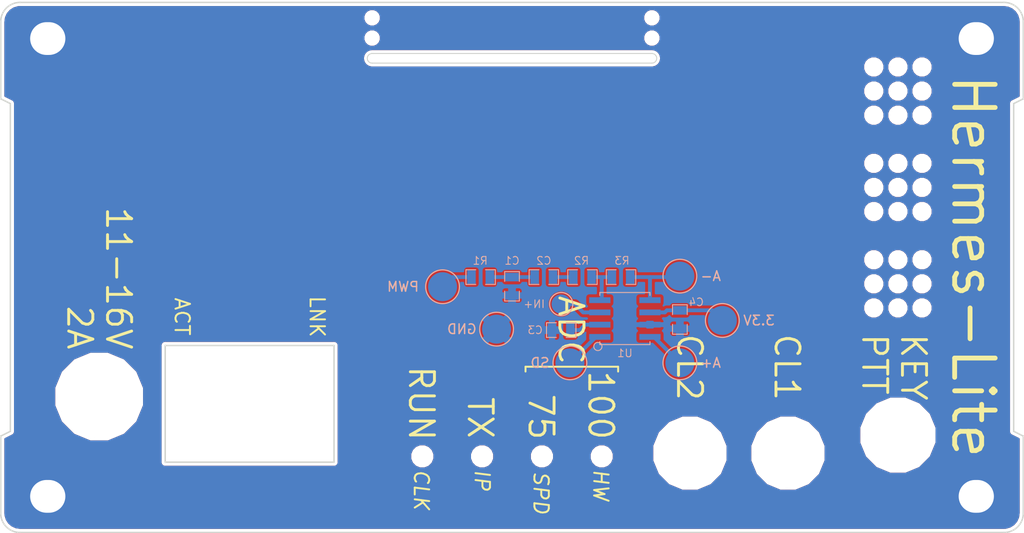
<source format=kicad_pcb>
(kicad_pcb (version 20171130) (host pcbnew 5.0.2-bee76a0~70~ubuntu16.04.1)

  (general
    (thickness 1.6)
    (drawings 55)
    (tracks 28)
    (zones 0)
    (modules 22)
    (nets 12)
  )

  (page A4)
  (layers
    (0 F.Cu signal)
    (31 B.Cu signal hide)
    (32 B.Adhes user)
    (33 F.Adhes user)
    (34 B.Paste user)
    (35 F.Paste user)
    (36 B.SilkS user)
    (37 F.SilkS user)
    (38 B.Mask user)
    (39 F.Mask user)
    (40 Dwgs.User user)
    (41 Cmts.User user)
    (42 Eco1.User user)
    (43 Eco2.User user)
    (44 Edge.Cuts user)
    (45 Margin user)
    (46 B.CrtYd user hide)
    (47 F.CrtYd user)
    (48 B.Fab user)
    (49 F.Fab user hide)
  )

  (setup
    (last_trace_width 0.25)
    (user_trace_width 0.4)
    (trace_clearance 0.2)
    (zone_clearance 0.3)
    (zone_45_only no)
    (trace_min 0.2)
    (segment_width 0.2)
    (edge_width 0.15)
    (via_size 0.8)
    (via_drill 0.4)
    (via_min_size 0.4)
    (via_min_drill 0.3)
    (uvia_size 0.3)
    (uvia_drill 0.1)
    (uvias_allowed no)
    (uvia_min_size 0.2)
    (uvia_min_drill 0.1)
    (pcb_text_width 0.3)
    (pcb_text_size 1.5 1.5)
    (mod_edge_width 0.15)
    (mod_text_size 1 1)
    (mod_text_width 0.15)
    (pad_size 1.524 1.524)
    (pad_drill 0.762)
    (pad_to_mask_clearance 0.051)
    (solder_mask_min_width 0.25)
    (aux_axis_origin 50 50)
    (grid_origin 50 50)
    (visible_elements FFFFFF7F)
    (pcbplotparams
      (layerselection 0x015fc_ffffffff)
      (usegerberextensions false)
      (usegerberattributes false)
      (usegerberadvancedattributes false)
      (creategerberjobfile false)
      (excludeedgelayer true)
      (linewidth 0.100000)
      (plotframeref false)
      (viasonmask false)
      (mode 1)
      (useauxorigin true)
      (hpglpennumber 1)
      (hpglpenspeed 20)
      (hpglpendiameter 15.000000)
      (psnegative false)
      (psa4output false)
      (plotreference true)
      (plotvalue true)
      (plotinvisibletext false)
      (padsonsilk false)
      (subtractmaskfromsilk false)
      (outputformat 1)
      (mirror false)
      (drillshape 0)
      (scaleselection 1)
      (outputdirectory "gerber/"))
  )

  (net 0 "")
  (net 1 GND)
  (net 2 "Net-(C1-Pad1)")
  (net 3 "Net-(C2-Pad1)")
  (net 4 "Net-(C3-Pad1)")
  (net 5 "Net-(C4-Pad2)")
  (net 6 "Net-(R1-Pad2)")
  (net 7 "Net-(R2-Pad1)")
  (net 8 "Net-(R3-Pad1)")
  (net 9 "Net-(TP4-Pad1)")
  (net 10 "Net-(TP6-Pad1)")
  (net 11 "Net-(TP7-Pad1)")

  (net_class Default "This is the default net class."
    (clearance 0.2)
    (trace_width 0.25)
    (via_dia 0.8)
    (via_drill 0.4)
    (uvia_dia 0.3)
    (uvia_drill 0.1)
    (add_net GND)
    (add_net "Net-(C1-Pad1)")
    (add_net "Net-(C2-Pad1)")
    (add_net "Net-(C3-Pad1)")
    (add_net "Net-(C4-Pad2)")
    (add_net "Net-(R1-Pad2)")
    (add_net "Net-(R2-Pad1)")
    (add_net "Net-(R3-Pad1)")
    (add_net "Net-(TP4-Pad1)")
    (add_net "Net-(TP6-Pad1)")
    (add_net "Net-(TP7-Pad1)")
  )

  (module endcaplib:speakervent (layer F.Cu) (tedit 5D619498) (tstamp 5D619A6F)
    (at 145.5 81.7 90)
    (fp_text reference REF** (at -1.1 3.9 90) (layer F.SilkS) hide
      (effects (font (size 1 1) (thickness 0.15)))
    )
    (fp_text value speakervent (at -5.2 -3.8 90) (layer F.Fab)
      (effects (font (size 1 1) (thickness 0.15)))
    )
    (pad "" np_thru_hole circle (at 25 -5 90) (size 1.4 1.4) (drill 1.4) (layers *.Cu *.Mask))
    (pad "" np_thru_hole circle (at 25 -2.5 90) (size 1.4 1.4) (drill 1.4) (layers *.Cu *.Mask))
    (pad "" np_thru_hole circle (at 25 0 90) (size 1.4 1.4) (drill 1.4) (layers *.Cu *.Mask))
    (pad "" np_thru_hole circle (at 22.5 0 90) (size 1.4 1.4) (drill 1.4) (layers *.Cu *.Mask))
    (pad "" np_thru_hole circle (at 22.5 -2.5 90) (size 1.4 1.4) (drill 1.4) (layers *.Cu *.Mask))
    (pad "" np_thru_hole circle (at 22.5 -5 90) (size 1.4 1.4) (drill 1.4) (layers *.Cu *.Mask))
    (pad "" np_thru_hole circle (at 20 -5 90) (size 1.4 1.4) (drill 1.4) (layers *.Cu *.Mask))
    (pad "" np_thru_hole circle (at 20 -2.5 90) (size 1.4 1.4) (drill 1.4) (layers *.Cu *.Mask))
    (pad "" np_thru_hole circle (at 20 0 90) (size 1.4 1.4) (drill 1.4) (layers *.Cu *.Mask))
    (pad "" np_thru_hole circle (at 15 -5 90) (size 1.4 1.4) (drill 1.4) (layers *.Cu *.Mask))
    (pad "" np_thru_hole circle (at 12.5 -5 90) (size 1.4 1.4) (drill 1.4) (layers *.Cu *.Mask))
    (pad "" np_thru_hole circle (at 10 -5 90) (size 1.4 1.4) (drill 1.4) (layers *.Cu *.Mask))
    (pad "" np_thru_hole circle (at 10 -2.5 90) (size 1.4 1.4) (drill 1.4) (layers *.Cu *.Mask))
    (pad "" np_thru_hole circle (at 12.5 -2.5 90) (size 1.4 1.4) (drill 1.4) (layers *.Cu *.Mask))
    (pad "" np_thru_hole circle (at 15 -2.5 90) (size 1.4 1.4) (drill 1.4) (layers *.Cu *.Mask))
    (pad "" np_thru_hole circle (at 15 0 90) (size 1.4 1.4) (drill 1.4) (layers *.Cu *.Mask))
    (pad "" np_thru_hole circle (at 12.5 0 90) (size 1.4 1.4) (drill 1.4) (layers *.Cu *.Mask))
    (pad "" np_thru_hole circle (at 10 0 90) (size 1.4 1.4) (drill 1.4) (layers *.Cu *.Mask))
    (pad "" np_thru_hole circle (at 5 -5 90) (size 1.4 1.4) (drill 1.4) (layers *.Cu *.Mask))
    (pad "" np_thru_hole circle (at 2.5 -5 90) (size 1.4 1.4) (drill 1.4) (layers *.Cu *.Mask))
    (pad "" np_thru_hole circle (at 0 -5 90) (size 1.4 1.4) (drill 1.4) (layers *.Cu *.Mask))
    (pad "" np_thru_hole circle (at 0 -2.5 90) (size 1.4 1.4) (drill 1.4) (layers *.Cu *.Mask))
    (pad "" np_thru_hole circle (at 2.5 -2.5 90) (size 1.4 1.4) (drill 1.4) (layers *.Cu *.Mask))
    (pad "" np_thru_hole circle (at 5 -2.5 90) (size 1.4 1.4) (drill 1.4) (layers *.Cu *.Mask))
    (pad "" np_thru_hole circle (at 5 0 90) (size 1.4 1.4) (drill 1.4) (layers *.Cu *.Mask))
    (pad "" np_thru_hole circle (at 2.5 0 90) (size 1.4 1.4) (drill 1.4) (layers *.Cu *.Mask))
    (pad "" np_thru_hole circle (at 0 0 90) (size 1.4 1.4) (drill 1.4) (layers *.Cu *.Mask))
  )

  (module endcaplib:basic_front (layer F.Cu) (tedit 5D61973E) (tstamp 5D792EF0)
    (at 60.2 97.4)
    (fp_text reference REF** (at -3.2 4.9) (layer F.SilkS) hide
      (effects (font (size 1 1) (thickness 0.15)))
    )
    (fp_text value power_ethernet (at -6.3 -4.1) (layer F.Fab)
      (effects (font (size 1 1) (thickness 0.15)))
    )
    (fp_line (start 71.4 -1.635) (end 71.4 0.365) (layer Dwgs.User) (width 0.1))
    (fp_line (start 61.24 -1.635) (end 61.24 0.365) (layer Dwgs.User) (width 0.1))
    (fp_line (start 70.4 -0.635) (end 72.4 -0.635) (layer Dwgs.User) (width 0.1))
    (fp_line (start 60.24 -0.635) (end 62.24 -0.635) (layer Dwgs.User) (width 0.1))
    (fp_circle (center 71.4 -0.635) (end 74.95 -0.635) (layer Dwgs.User) (width 0.1))
    (fp_circle (center 61.24 -0.635) (end 64.79 -0.635) (layer Dwgs.User) (width 0.1))
    (fp_line (start 7.6 -1.4) (end 9.6 -1.4) (layer Dwgs.User) (width 0.1))
    (fp_line (start 8.6 -0.4) (end 8.6 -2.4) (layer Dwgs.User) (width 0.1))
    (fp_circle (center 8.6 -1.4) (end 10.4 -1.4) (layer Dwgs.User) (width 0.1))
    (fp_line (start 8.6 -11.1) (end 8.6 -9.1) (layer Dwgs.User) (width 0.1))
    (fp_line (start 7.6 -10.1) (end 9.6 -10.1) (layer Dwgs.User) (width 0.1))
    (fp_circle (center 8.6 -10.1) (end 10.4 -10.1) (layer Dwgs.User) (width 0.1))
    (fp_line (start 23.6 -10.1) (end 21.6 -10.1) (layer Dwgs.User) (width 0.1))
    (fp_line (start 22.6 -9.1) (end 22.6 -11.1) (layer Dwgs.User) (width 0.1))
    (fp_circle (center 22.6 -10.1) (end 24.4 -10.1) (layer Dwgs.User) (width 0.1))
    (fp_line (start 22.6 -2.4) (end 22.6 -0.4) (layer Dwgs.User) (width 0.1))
    (fp_line (start 21.6 -1.4) (end 23.6 -1.4) (layer Dwgs.User) (width 0.1))
    (fp_circle (center 22.6 -1.4) (end 24.4 -1.4) (layer Dwgs.User) (width 0.1))
    (fp_line (start 22.2 -5.7) (end 24.2 -5.7) (layer Dwgs.User) (width 0.1))
    (fp_line (start 23.2 -6.7) (end 23.2 -4.7) (layer Dwgs.User) (width 0.1))
    (fp_circle (center 23.2 -5.7) (end 24.4 -5.7) (layer Dwgs.User) (width 0.1))
    (fp_line (start 7 -5.7) (end 9 -5.7) (layer Dwgs.User) (width 0.1))
    (fp_line (start 8 -6.7) (end 8 -4.7) (layer Dwgs.User) (width 0.1))
    (fp_circle (center 8 -5.7) (end 9.2 -5.7) (layer Dwgs.User) (width 0.1))
    (fp_line (start 14.6 -5.75) (end 16.6 -5.75) (layer Dwgs.User) (width 0.1))
    (fp_line (start 15.6 -6.75) (end 15.6 -4.75) (layer Dwgs.User) (width 0.1))
    (fp_circle (center 15.6 -5.75) (end 21.74 -5.75) (layer Dwgs.User) (width 0.1))
    (fp_circle (center 82.8 -2.5) (end 86.412478 -2.5) (layer Dwgs.User) (width 0.1))
    (fp_line (start 82.8 -3.5) (end 82.8 -1.5) (layer Dwgs.User) (width 0.1))
    (fp_line (start 81.8 -2.5) (end 83.8 -2.5) (layer Dwgs.User) (width 0.1))
    (fp_circle (center 52.1 -0.3) (end 52.960233 -0.3) (layer Dwgs.User) (width 0.1))
    (fp_line (start 51.1 -0.3) (end 53.1 -0.3) (layer Dwgs.User) (width 0.1))
    (fp_line (start 52.1 -1.3) (end 52.1 0.7) (layer Dwgs.User) (width 0.1))
    (fp_circle (center 45.9 -0.3) (end 46.794427 -0.3) (layer Dwgs.User) (width 0.1))
    (fp_line (start 45.9 -1.3) (end 45.9 0.7) (layer Dwgs.User) (width 0.1))
    (fp_line (start 46.9 -0.3) (end 44.9 -0.3) (layer Dwgs.User) (width 0.1))
    (fp_circle (center 39.7 -0.3) (end 40.548528 -0.3) (layer Dwgs.User) (width 0.1))
    (fp_line (start 39.7 -1.3) (end 39.7 0.7) (layer Dwgs.User) (width 0.1))
    (fp_line (start 40.7 -0.3) (end 38.7 -0.3) (layer Dwgs.User) (width 0.1))
    (fp_circle (center 33.5 -0.3) (end 34.394427 -0.3) (layer Dwgs.User) (width 0.1))
    (fp_line (start 33.5 -1.3) (end 33.5 0.7) (layer Dwgs.User) (width 0.1))
    (fp_line (start 32.5 -0.3) (end 34.5 -0.3) (layer Dwgs.User) (width 0.1))
    (fp_circle (center 0 -6.5) (end 4.301163 -6.5) (layer Dwgs.User) (width 0.1))
    (fp_line (start -1 -6.5) (end 1 -6.5) (layer Dwgs.User) (width 0.1))
    (fp_line (start 0 -7.5) (end 0 -5.5) (layer Dwgs.User) (width 0.1))
    (fp_line (start 6.85 0.3) (end 24.35 0.3) (layer Edge.Cuts) (width 0.15))
    (fp_line (start 6.85 -11.8) (end 24.35 -11.8) (layer Edge.Cuts) (width 0.15))
    (fp_line (start 6.85 -11.8) (end 6.85 0.3) (layer Edge.Cuts) (width 0.15))
    (fp_line (start 24.35 -11.8) (end 24.35 0.3) (layer Edge.Cuts) (width 0.15))
    (pad "" np_thru_hole circle (at 71.4 -0.635) (size 7 7) (drill 7) (layers *.Cu *.Mask))
    (pad "" np_thru_hole circle (at 61.24 -0.635) (size 7 7) (drill 7) (layers *.Cu *.Mask))
    (pad "" np_thru_hole circle (at 0 -6.5) (size 8.5 8.5) (drill 8.5) (layers *.Cu *.Mask))
    (pad "" np_thru_hole circle (at 33.5 -0.3) (size 1.7 1.7) (drill 1.7) (layers *.Cu *.Mask))
    (pad "" np_thru_hole circle (at 39.7 -0.3) (size 1.7 1.7) (drill 1.7) (layers *.Cu *.Mask))
    (pad "" np_thru_hole circle (at 45.9 -0.3) (size 1.7 1.7) (drill 1.7) (layers *.Cu *.Mask))
    (pad "" np_thru_hole circle (at 52.1 -0.3) (size 1.7 1.7) (drill 1.7) (layers *.Cu *.Mask))
    (pad "" np_thru_hole circle (at 82.8 -2.5) (size 7.2 7.2) (drill 7.2) (layers *.Cu *.Mask))
  )

  (module endcaplib:mh3mm (layer F.Cu) (tedit 5D5F6C49) (tstamp 5D651D9B)
    (at 54.875 53.75)
    (path /5D58DD5D)
    (zone_connect 2)
    (fp_text reference MH1 (at 0.1 3.7) (layer F.SilkS) hide
      (effects (font (size 1 1) (thickness 0.15)))
    )
    (fp_text value 3mm (at 0.1 -3.6) (layer F.Fab)
      (effects (font (size 1 1) (thickness 0.15)))
    )
    (fp_arc (start -0.125 0) (end -0.125 -1.7) (angle -180) (layer Dwgs.User) (width 0.1))
    (fp_arc (start 0.125 0) (end 0.125 1.7) (angle -180) (layer Dwgs.User) (width 0.1))
    (fp_line (start 0.125 0) (end 0.125 -1) (layer Dwgs.User) (width 0.1))
    (fp_line (start -0.125 0) (end -0.125 1) (layer Dwgs.User) (width 0.1))
    (fp_line (start -1.1 0) (end 1.1 0) (layer Dwgs.User) (width 0.1))
    (pad 1 thru_hole circle (at 0 0) (size 4.9 4.9) (drill oval 3.65 3.4) (layers *.Cu *.Mask)
      (net 1 GND) (zone_connect 2))
  )

  (module endcaplib:mh3mm (layer F.Cu) (tedit 5D5F6C49) (tstamp 5D651DA0)
    (at 151.125 53.75)
    (path /5D58DECC)
    (zone_connect 2)
    (fp_text reference MH2 (at 0.1 3.7) (layer F.SilkS) hide
      (effects (font (size 1 1) (thickness 0.15)))
    )
    (fp_text value 3mm (at 0.1 -3.6) (layer F.Fab)
      (effects (font (size 1 1) (thickness 0.15)))
    )
    (fp_arc (start -0.125 0) (end -0.125 -1.7) (angle -180) (layer Dwgs.User) (width 0.1))
    (fp_arc (start 0.125 0) (end 0.125 1.7) (angle -180) (layer Dwgs.User) (width 0.1))
    (fp_line (start 0.125 0) (end 0.125 -1) (layer Dwgs.User) (width 0.1))
    (fp_line (start -0.125 0) (end -0.125 1) (layer Dwgs.User) (width 0.1))
    (fp_line (start -1.1 0) (end 1.1 0) (layer Dwgs.User) (width 0.1))
    (pad 1 thru_hole circle (at 0 0) (size 4.9 4.9) (drill oval 3.65 3.4) (layers *.Cu *.Mask)
      (net 1 GND) (zone_connect 2))
  )

  (module endcaplib:mh3mm (layer F.Cu) (tedit 5D5F6C49) (tstamp 5D651DA5)
    (at 151.125 101.25)
    (path /5D58DF0A)
    (zone_connect 2)
    (fp_text reference MH3 (at 0.1 3.7) (layer F.SilkS) hide
      (effects (font (size 1 1) (thickness 0.15)))
    )
    (fp_text value 3mm (at 0.1 -3.6) (layer F.Fab)
      (effects (font (size 1 1) (thickness 0.15)))
    )
    (fp_arc (start -0.125 0) (end -0.125 -1.7) (angle -180) (layer Dwgs.User) (width 0.1))
    (fp_arc (start 0.125 0) (end 0.125 1.7) (angle -180) (layer Dwgs.User) (width 0.1))
    (fp_line (start 0.125 0) (end 0.125 -1) (layer Dwgs.User) (width 0.1))
    (fp_line (start -0.125 0) (end -0.125 1) (layer Dwgs.User) (width 0.1))
    (fp_line (start -1.1 0) (end 1.1 0) (layer Dwgs.User) (width 0.1))
    (pad 1 thru_hole circle (at 0 0) (size 4.9 4.9) (drill oval 3.65 3.4) (layers *.Cu *.Mask)
      (net 1 GND) (zone_connect 2))
  )

  (module endcaplib:mh3mm (layer F.Cu) (tedit 5D5F6C49) (tstamp 5D651DAA)
    (at 54.875 101.25)
    (path /5D58DF75)
    (zone_connect 2)
    (fp_text reference MH4 (at 0.1 3.7) (layer F.SilkS) hide
      (effects (font (size 1 1) (thickness 0.15)))
    )
    (fp_text value 3mm (at 0.1 -3.6) (layer F.Fab)
      (effects (font (size 1 1) (thickness 0.15)))
    )
    (fp_arc (start -0.125 0) (end -0.125 -1.7) (angle -180) (layer Dwgs.User) (width 0.1))
    (fp_arc (start 0.125 0) (end 0.125 1.7) (angle -180) (layer Dwgs.User) (width 0.1))
    (fp_line (start 0.125 0) (end 0.125 -1) (layer Dwgs.User) (width 0.1))
    (fp_line (start -0.125 0) (end -0.125 1) (layer Dwgs.User) (width 0.1))
    (fp_line (start -1.1 0) (end 1.1 0) (layer Dwgs.User) (width 0.1))
    (pad 1 thru_hole circle (at 0 0) (size 4.9 4.9) (drill oval 3.65 3.4) (layers *.Cu *.Mask)
      (net 1 GND) (zone_connect 2))
  )

  (module endcaplib:cablebreak (layer F.Cu) (tedit 5D61C810) (tstamp 5D61C9DF)
    (at 103 50)
    (fp_text reference REF** (at -8.4 4.2) (layer F.SilkS) hide
      (effects (font (size 1 1) (thickness 0.15)))
    )
    (fp_text value cablebreak (at 9.2 -4.6) (layer F.Fab) hide
      (effects (font (size 1 1) (thickness 0.15)))
    )
    (fp_arc (start -14.5 5.8) (end -14.5 5.3) (angle -180) (layer Edge.Cuts) (width 0.1))
    (fp_line (start 14.5 5.3) (end -14.5 5.3) (layer Edge.Cuts) (width 0.1))
    (fp_arc (start 14.5 5.8) (end 14.5 6.3) (angle -180) (layer Edge.Cuts) (width 0.1))
    (fp_line (start -14.5 6.3) (end 14.5 6.3) (layer Edge.Cuts) (width 0.1))
    (pad "" np_thru_hole circle (at 14.5 3.7) (size 1 1) (drill 1) (layers *.Cu *.Mask))
    (pad "" np_thru_hole circle (at 14.5 1.6) (size 1 1) (drill 1) (layers *.Cu *.Mask))
    (pad "" np_thru_hole circle (at -14.5 1.6) (size 1 1) (drill 1) (layers *.Cu *.Mask))
    (pad "" np_thru_hole circle (at -14.5 3.7) (size 1 1) (drill 1) (layers *.Cu *.Mask))
  )

  (module endcaplib:SMD-0805 (layer B.Cu) (tedit 5796CB05) (tstamp 5D6E5F5C)
    (at 103 79.4525 270)
    (path /5D60D9D8)
    (attr smd)
    (fp_text reference C1 (at -2.6525 0) (layer B.SilkS)
      (effects (font (size 0.8 0.8) (thickness 0.1)) (justify mirror))
    )
    (fp_text value 1uF (at 0 -0.381 270) (layer B.SilkS) hide
      (effects (font (size 0.8 0.8) (thickness 0.1)) (justify mirror))
    )
    (fp_line (start -0.508 -0.762) (end -1.524 -0.762) (layer B.SilkS) (width 0.1))
    (fp_line (start -1.524 -0.762) (end -1.524 0.762) (layer B.SilkS) (width 0.1))
    (fp_line (start -1.524 0.762) (end -0.508 0.762) (layer B.SilkS) (width 0.1))
    (fp_line (start 0.508 0.762) (end 1.524 0.762) (layer B.SilkS) (width 0.1))
    (fp_line (start 1.524 0.762) (end 1.524 -0.762) (layer B.SilkS) (width 0.1))
    (fp_line (start 1.524 -0.762) (end 0.508 -0.762) (layer B.SilkS) (width 0.1))
    (pad 1 smd rect (at -0.9525 0 270) (size 0.889 1.397) (layers B.Cu B.Paste B.Mask)
      (net 2 "Net-(C1-Pad1)"))
    (pad 2 smd rect (at 0.9525 0 270) (size 0.889 1.397) (layers B.Cu B.Paste B.Mask)
      (net 1 GND))
    (model smd/chip_cms.wrl
      (at (xyz 0 0 0))
      (scale (xyz 0.1 0.1 0.1))
      (rotate (xyz 0 0 0))
    )
  )

  (module endcaplib:SMD-0805 (layer B.Cu) (tedit 5796CB05) (tstamp 5D6E608B)
    (at 106.3 78.5 180)
    (path /5D60D446)
    (attr smd)
    (fp_text reference C2 (at 0 1.7 180) (layer B.SilkS)
      (effects (font (size 0.8 0.8) (thickness 0.1)) (justify mirror))
    )
    (fp_text value 0.1uF (at 0 -0.381 180) (layer B.SilkS) hide
      (effects (font (size 0.8 0.8) (thickness 0.1)) (justify mirror))
    )
    (fp_line (start -0.508 -0.762) (end -1.524 -0.762) (layer B.SilkS) (width 0.1))
    (fp_line (start -1.524 -0.762) (end -1.524 0.762) (layer B.SilkS) (width 0.1))
    (fp_line (start -1.524 0.762) (end -0.508 0.762) (layer B.SilkS) (width 0.1))
    (fp_line (start 0.508 0.762) (end 1.524 0.762) (layer B.SilkS) (width 0.1))
    (fp_line (start 1.524 0.762) (end 1.524 -0.762) (layer B.SilkS) (width 0.1))
    (fp_line (start 1.524 -0.762) (end 0.508 -0.762) (layer B.SilkS) (width 0.1))
    (pad 1 smd rect (at -0.9525 0 180) (size 0.889 1.397) (layers B.Cu B.Paste B.Mask)
      (net 3 "Net-(C2-Pad1)"))
    (pad 2 smd rect (at 0.9525 0 180) (size 0.889 1.397) (layers B.Cu B.Paste B.Mask)
      (net 2 "Net-(C1-Pad1)"))
    (model smd/chip_cms.wrl
      (at (xyz 0 0 0))
      (scale (xyz 0.1 0.1 0.1))
      (rotate (xyz 0 0 0))
    )
  )

  (module endcaplib:SMD-0805 (layer B.Cu) (tedit 5796CB05) (tstamp 5D792B91)
    (at 108.1 84 180)
    (path /5D60D727)
    (attr smd)
    (fp_text reference C3 (at 2.7 0 180) (layer B.SilkS)
      (effects (font (size 0.8 0.8) (thickness 0.1)) (justify mirror))
    )
    (fp_text value 0.47uF (at 0 -0.381 180) (layer B.SilkS) hide
      (effects (font (size 0.8 0.8) (thickness 0.1)) (justify mirror))
    )
    (fp_line (start 1.524 -0.762) (end 0.508 -0.762) (layer B.SilkS) (width 0.1))
    (fp_line (start 1.524 0.762) (end 1.524 -0.762) (layer B.SilkS) (width 0.1))
    (fp_line (start 0.508 0.762) (end 1.524 0.762) (layer B.SilkS) (width 0.1))
    (fp_line (start -1.524 0.762) (end -0.508 0.762) (layer B.SilkS) (width 0.1))
    (fp_line (start -1.524 -0.762) (end -1.524 0.762) (layer B.SilkS) (width 0.1))
    (fp_line (start -0.508 -0.762) (end -1.524 -0.762) (layer B.SilkS) (width 0.1))
    (pad 2 smd rect (at 0.9525 0 180) (size 0.889 1.397) (layers B.Cu B.Paste B.Mask)
      (net 1 GND))
    (pad 1 smd rect (at -0.9525 0 180) (size 0.889 1.397) (layers B.Cu B.Paste B.Mask)
      (net 4 "Net-(C3-Pad1)"))
    (model smd/chip_cms.wrl
      (at (xyz 0 0 0))
      (scale (xyz 0.1 0.1 0.1))
      (rotate (xyz 0 0 0))
    )
  )

  (module endcaplib:SMD-0805 (layer B.Cu) (tedit 5796CB05) (tstamp 5D6E652E)
    (at 120.4 82.9 90)
    (path /5D60D685)
    (attr smd)
    (fp_text reference C4 (at 1.8 1.7 180) (layer B.SilkS)
      (effects (font (size 0.8 0.8) (thickness 0.1)) (justify mirror))
    )
    (fp_text value 1uF (at 0 -0.381 90) (layer B.SilkS) hide
      (effects (font (size 0.8 0.8) (thickness 0.1)) (justify mirror))
    )
    (fp_line (start -0.508 -0.762) (end -1.524 -0.762) (layer B.SilkS) (width 0.1))
    (fp_line (start -1.524 -0.762) (end -1.524 0.762) (layer B.SilkS) (width 0.1))
    (fp_line (start -1.524 0.762) (end -0.508 0.762) (layer B.SilkS) (width 0.1))
    (fp_line (start 0.508 0.762) (end 1.524 0.762) (layer B.SilkS) (width 0.1))
    (fp_line (start 1.524 0.762) (end 1.524 -0.762) (layer B.SilkS) (width 0.1))
    (fp_line (start 1.524 -0.762) (end 0.508 -0.762) (layer B.SilkS) (width 0.1))
    (pad 1 smd rect (at -0.9525 0 90) (size 0.889 1.397) (layers B.Cu B.Paste B.Mask)
      (net 1 GND))
    (pad 2 smd rect (at 0.9525 0 90) (size 0.889 1.397) (layers B.Cu B.Paste B.Mask)
      (net 5 "Net-(C4-Pad2)"))
    (model smd/chip_cms.wrl
      (at (xyz 0 0 0))
      (scale (xyz 0.1 0.1 0.1))
      (rotate (xyz 0 0 0))
    )
  )

  (module endcaplib:SMD-0805 (layer B.Cu) (tedit 5796CB05) (tstamp 5D6E624C)
    (at 99.7475 78.5 180)
    (path /5D60DD39)
    (attr smd)
    (fp_text reference R1 (at 0.0475 1.7 180) (layer B.SilkS)
      (effects (font (size 0.8 0.8) (thickness 0.1)) (justify mirror))
    )
    (fp_text value 220 (at 0 -0.381 180) (layer B.SilkS) hide
      (effects (font (size 0.8 0.8) (thickness 0.1)) (justify mirror))
    )
    (fp_line (start 1.524 -0.762) (end 0.508 -0.762) (layer B.SilkS) (width 0.1))
    (fp_line (start 1.524 0.762) (end 1.524 -0.762) (layer B.SilkS) (width 0.1))
    (fp_line (start 0.508 0.762) (end 1.524 0.762) (layer B.SilkS) (width 0.1))
    (fp_line (start -1.524 0.762) (end -0.508 0.762) (layer B.SilkS) (width 0.1))
    (fp_line (start -1.524 -0.762) (end -1.524 0.762) (layer B.SilkS) (width 0.1))
    (fp_line (start -0.508 -0.762) (end -1.524 -0.762) (layer B.SilkS) (width 0.1))
    (pad 2 smd rect (at 0.9525 0 180) (size 0.889 1.397) (layers B.Cu B.Paste B.Mask)
      (net 6 "Net-(R1-Pad2)"))
    (pad 1 smd rect (at -0.9525 0 180) (size 0.889 1.397) (layers B.Cu B.Paste B.Mask)
      (net 2 "Net-(C1-Pad1)"))
    (model smd/chip_cms.wrl
      (at (xyz 0 0 0))
      (scale (xyz 0.1 0.1 0.1))
      (rotate (xyz 0 0 0))
    )
  )

  (module endcaplib:SMD-0805 (layer B.Cu) (tedit 5796CB05) (tstamp 5D6E6439)
    (at 110.3 78.5 180)
    (path /5D61F1D0)
    (attr smd)
    (fp_text reference R2 (at 0.1 1.7 180) (layer B.SilkS)
      (effects (font (size 0.8 0.8) (thickness 0.1)) (justify mirror))
    )
    (fp_text value 20K (at 0 -0.381 180) (layer B.SilkS) hide
      (effects (font (size 0.8 0.8) (thickness 0.1)) (justify mirror))
    )
    (fp_line (start -0.508 -0.762) (end -1.524 -0.762) (layer B.SilkS) (width 0.1))
    (fp_line (start -1.524 -0.762) (end -1.524 0.762) (layer B.SilkS) (width 0.1))
    (fp_line (start -1.524 0.762) (end -0.508 0.762) (layer B.SilkS) (width 0.1))
    (fp_line (start 0.508 0.762) (end 1.524 0.762) (layer B.SilkS) (width 0.1))
    (fp_line (start 1.524 0.762) (end 1.524 -0.762) (layer B.SilkS) (width 0.1))
    (fp_line (start 1.524 -0.762) (end 0.508 -0.762) (layer B.SilkS) (width 0.1))
    (pad 1 smd rect (at -0.9525 0 180) (size 0.889 1.397) (layers B.Cu B.Paste B.Mask)
      (net 7 "Net-(R2-Pad1)"))
    (pad 2 smd rect (at 0.9525 0 180) (size 0.889 1.397) (layers B.Cu B.Paste B.Mask)
      (net 3 "Net-(C2-Pad1)"))
    (model smd/chip_cms.wrl
      (at (xyz 0 0 0))
      (scale (xyz 0.1 0.1 0.1))
      (rotate (xyz 0 0 0))
    )
  )

  (module endcaplib:SMD-0805 (layer B.Cu) (tedit 5796CB05) (tstamp 5D6E5FE9)
    (at 114.3 78.5 180)
    (path /5D61F288)
    (attr smd)
    (fp_text reference R3 (at -0.1 1.7 180) (layer B.SilkS)
      (effects (font (size 0.8 0.8) (thickness 0.1)) (justify mirror))
    )
    (fp_text value 20K (at 0 -0.381 180) (layer B.SilkS) hide
      (effects (font (size 0.8 0.8) (thickness 0.1)) (justify mirror))
    )
    (fp_line (start 1.524 -0.762) (end 0.508 -0.762) (layer B.SilkS) (width 0.1))
    (fp_line (start 1.524 0.762) (end 1.524 -0.762) (layer B.SilkS) (width 0.1))
    (fp_line (start 0.508 0.762) (end 1.524 0.762) (layer B.SilkS) (width 0.1))
    (fp_line (start -1.524 0.762) (end -0.508 0.762) (layer B.SilkS) (width 0.1))
    (fp_line (start -1.524 -0.762) (end -1.524 0.762) (layer B.SilkS) (width 0.1))
    (fp_line (start -0.508 -0.762) (end -1.524 -0.762) (layer B.SilkS) (width 0.1))
    (pad 2 smd rect (at 0.9525 0 180) (size 0.889 1.397) (layers B.Cu B.Paste B.Mask)
      (net 7 "Net-(R2-Pad1)"))
    (pad 1 smd rect (at -0.9525 0 180) (size 0.889 1.397) (layers B.Cu B.Paste B.Mask)
      (net 8 "Net-(R3-Pad1)"))
    (model smd/chip_cms.wrl
      (at (xyz 0 0 0))
      (scale (xyz 0.1 0.1 0.1))
      (rotate (xyz 0 0 0))
    )
  )

  (module TestPoint:TestPoint_Pad_D3.0mm (layer B.Cu) (tedit 5D61DEDB) (tstamp 5D792CEA)
    (at 95.8 79.5)
    (descr "SMD pad as test Point, diameter 3.0mm")
    (tags "test point SMD pad")
    (path /5D60D4E5)
    (attr virtual)
    (fp_text reference TP1 (at 0 2.398) (layer B.SilkS) hide
      (effects (font (size 1 1) (thickness 0.15)) (justify mirror))
    )
    (fp_text value PWM (at -4.1 0) (layer B.SilkS)
      (effects (font (size 1 1) (thickness 0.15)) (justify mirror))
    )
    (fp_circle (center 0 0) (end 0 -1.75) (layer B.SilkS) (width 0.12))
    (fp_circle (center 0 0) (end 2 0) (layer B.CrtYd) (width 0.05))
    (fp_text user %R (at 0 2.4) (layer B.SilkS) hide
      (effects (font (size 1 1) (thickness 0.15)) (justify mirror))
    )
    (pad 1 smd circle (at 0 0) (size 3 3) (layers B.Cu B.Mask)
      (net 6 "Net-(R1-Pad2)"))
  )

  (module TestPoint:TestPoint_Pad_D3.0mm (layer B.Cu) (tedit 5D61DF62) (tstamp 5D792DE9)
    (at 101.4 83.9)
    (descr "SMD pad as test Point, diameter 3.0mm")
    (tags "test point SMD pad")
    (path /5D60D5F7)
    (attr virtual)
    (fp_text reference TP2 (at 0 2.398) (layer B.SilkS) hide
      (effects (font (size 1 1) (thickness 0.15)) (justify mirror))
    )
    (fp_text value GND (at -3.6 0) (layer B.SilkS)
      (effects (font (size 1 1) (thickness 0.15)) (justify mirror))
    )
    (fp_text user %R (at 0 2.4) (layer B.Fab) hide
      (effects (font (size 1 1) (thickness 0.15)) (justify mirror))
    )
    (fp_circle (center 0 0) (end 2 0) (layer B.CrtYd) (width 0.05))
    (fp_circle (center 0 0) (end 0 -1.75) (layer B.SilkS) (width 0.12))
    (pad 1 smd circle (at 0 0) (size 3 3) (layers B.Cu B.Mask)
      (net 1 GND))
  )

  (module TestPoint:TestPoint_Pad_D3.0mm (layer B.Cu) (tedit 5D61DFCB) (tstamp 5D6E6051)
    (at 124.8 83)
    (descr "SMD pad as test Point, diameter 3.0mm")
    (tags "test point SMD pad")
    (path /5D60E2FA)
    (attr virtual)
    (fp_text reference TP3 (at 0 2.398) (layer B.SilkS) hide
      (effects (font (size 1 1) (thickness 0.15)) (justify mirror))
    )
    (fp_text value 3.3V (at 3.8 0) (layer B.SilkS)
      (effects (font (size 1 1) (thickness 0.15)) (justify mirror))
    )
    (fp_text user %R (at 0 2.4) (layer B.Fab) hide
      (effects (font (size 1 1) (thickness 0.15)) (justify mirror))
    )
    (fp_circle (center 0 0) (end 2 0) (layer B.CrtYd) (width 0.05))
    (fp_circle (center 0 0) (end 0 -1.75) (layer B.SilkS) (width 0.12))
    (pad 1 smd circle (at 0 0) (size 3 3) (layers B.Cu B.Mask)
      (net 5 "Net-(C4-Pad2)"))
  )

  (module TestPoint:TestPoint_Pad_D3.0mm (layer B.Cu) (tedit 5D61DC41) (tstamp 5D6E655A)
    (at 120.4 87.4)
    (descr "SMD pad as test Point, diameter 3.0mm")
    (tags "test point SMD pad")
    (path /5D60D307)
    (attr virtual)
    (fp_text reference TP4 (at 0 2.398) (layer B.SilkS) hide
      (effects (font (size 1 1) (thickness 0.15)) (justify mirror))
    )
    (fp_text value A+ (at 3.2 0) (layer B.SilkS)
      (effects (font (size 1 1) (thickness 0.15)) (justify mirror))
    )
    (fp_circle (center 0 0) (end 0 -1.75) (layer B.SilkS) (width 0.12))
    (fp_circle (center 0 0) (end 2 0) (layer B.CrtYd) (width 0.05))
    (fp_text user %R (at 0 2.4) (layer B.Fab) hide
      (effects (font (size 1 1) (thickness 0.15)) (justify mirror))
    )
    (pad 1 smd circle (at 0 0) (size 3 3) (layers B.Cu B.Mask)
      (net 9 "Net-(TP4-Pad1)"))
  )

  (module TestPoint:TestPoint_Pad_D3.0mm (layer B.Cu) (tedit 5D61DC29) (tstamp 5D6E6027)
    (at 120.4 78.4)
    (descr "SMD pad as test Point, diameter 3.0mm")
    (tags "test point SMD pad")
    (path /5D60D3CC)
    (attr virtual)
    (fp_text reference TP5 (at 0 2.398) (layer B.SilkS) hide
      (effects (font (size 1 1) (thickness 0.15)) (justify mirror))
    )
    (fp_text value A- (at 3.2 0) (layer B.SilkS)
      (effects (font (size 1 1) (thickness 0.15)) (justify mirror))
    )
    (fp_text user %R (at 0 2.4) (layer B.Fab) hide
      (effects (font (size 1 1) (thickness 0.15)) (justify mirror))
    )
    (fp_circle (center 0 0) (end 2 0) (layer B.CrtYd) (width 0.05))
    (fp_circle (center 0 0) (end 0 -1.75) (layer B.SilkS) (width 0.12))
    (pad 1 smd circle (at 0 0) (size 3 3) (layers B.Cu B.Mask)
      (net 8 "Net-(R3-Pad1)"))
  )

  (module TestPoint:TestPoint_Pad_D3.0mm (layer B.Cu) (tedit 5D61DD4F) (tstamp 5D792B21)
    (at 109 87.4)
    (descr "SMD pad as test Point, diameter 3.0mm")
    (tags "test point SMD pad")
    (path /5D612CA5)
    (attr virtual)
    (fp_text reference TP6 (at 0 2.398) (layer B.SilkS) hide
      (effects (font (size 1 1) (thickness 0.15)) (justify mirror))
    )
    (fp_text value SD (at -3.1 0) (layer B.SilkS)
      (effects (font (size 1 1) (thickness 0.15)) (justify mirror))
    )
    (fp_circle (center 0 0) (end 0 -1.75) (layer B.SilkS) (width 0.12))
    (fp_circle (center 0 0) (end 2 0) (layer B.CrtYd) (width 0.05))
    (fp_text user %R (at 0 2.4) (layer B.Fab) hide
      (effects (font (size 1 1) (thickness 0.15)) (justify mirror))
    )
    (pad 1 smd circle (at 0 0) (size 3 3) (layers B.Cu B.Mask)
      (net 10 "Net-(TP6-Pad1)"))
  )

  (module TestPoint:TestPoint_Pad_D2.0mm (layer B.Cu) (tedit 5D61DDB3) (tstamp 5D6E5EDA)
    (at 108.1 81.3)
    (descr "SMD pad as test Point, diameter 2.0mm")
    (tags "test point SMD pad")
    (path /5D6251CC)
    (attr virtual)
    (fp_text reference TP7 (at 0 1.998) (layer B.SilkS) hide
      (effects (font (size 1 1) (thickness 0.15)) (justify mirror))
    )
    (fp_text value IN+ (at -2.8 0) (layer B.SilkS)
      (effects (font (size 0.8 0.8) (thickness 0.1)) (justify mirror))
    )
    (fp_text user %R (at 0 2) (layer B.Fab) hide
      (effects (font (size 1 1) (thickness 0.15)) (justify mirror))
    )
    (fp_circle (center 0 0) (end 1.5 0) (layer B.CrtYd) (width 0.05))
    (fp_circle (center 0 0) (end 0 -1.2) (layer B.SilkS) (width 0.12))
    (pad 1 smd circle (at 0 0) (size 2 2) (layers B.Cu B.Mask)
      (net 11 "Net-(TP7-Pad1)"))
  )

  (module endcaplib:SOIC-8 (layer B.Cu) (tedit 5D61DBF7) (tstamp 5D792655)
    (at 114.7 82.8 90)
    (path /5D61E62F)
    (fp_text reference U1 (at -3.6 0) (layer B.SilkS)
      (effects (font (size 0.8 0.8) (thickness 0.1)) (justify mirror))
    )
    (fp_text value IS31AP4996 (at 3.9 0.1) (layer B.Fab) hide
      (effects (font (size 0.8 0.8) (thickness 0.1)) (justify mirror))
    )
    (fp_circle (center -2.9 -2.8) (end -2.6 -3.1) (layer B.SilkS) (width 0.1))
    (fp_line (start 2.4 -2.6) (end 2.7 -2.6) (layer B.SilkS) (width 0.1))
    (fp_line (start 2.7 -2.6) (end 2.7 2.6) (layer B.SilkS) (width 0.1))
    (fp_line (start 2.7 2.6) (end 2.4 2.6) (layer B.SilkS) (width 0.1))
    (fp_line (start -2.4 2.6) (end -2.7 2.6) (layer B.SilkS) (width 0.1))
    (fp_line (start -2.7 2.6) (end -2.7 -2.6) (layer B.SilkS) (width 0.1))
    (fp_line (start -2.7 -2.6) (end -2.4 -2.6) (layer B.SilkS) (width 0.1))
    (pad 8 smd rect (at -1.905 2.6 90) (size 0.6 2.2) (layers B.Cu B.Paste B.Mask)
      (net 9 "Net-(TP4-Pad1)"))
    (pad 1 smd rect (at -1.905 -2.6 90) (size 0.6 2.2) (layers B.Cu B.Paste B.Mask)
      (net 10 "Net-(TP6-Pad1)"))
    (pad 7 smd rect (at -0.635 2.6 90) (size 0.6 2.2) (layers B.Cu B.Paste B.Mask)
      (net 1 GND))
    (pad 2 smd rect (at -0.635 -2.6 90) (size 0.6 2.2) (layers B.Cu B.Paste B.Mask)
      (net 4 "Net-(C3-Pad1)"))
    (pad 6 smd rect (at 0.635 2.6 90) (size 0.6 2.2) (layers B.Cu B.Paste B.Mask)
      (net 5 "Net-(C4-Pad2)"))
    (pad 3 smd rect (at 0.635 -2.6 90) (size 0.6 2.2) (layers B.Cu B.Paste B.Mask)
      (net 11 "Net-(TP7-Pad1)"))
    (pad 5 smd rect (at 1.905 2.6 90) (size 0.6 2.2) (layers B.Cu B.Paste B.Mask)
      (net 8 "Net-(R3-Pad1)"))
    (pad 4 smd rect (at 1.905 -2.6 90) (size 0.6 2.2) (layers B.Cu B.Paste B.Mask)
      (net 7 "Net-(R2-Pad1)"))
  )

  (gr_text 2A (at 60.2 97.7) (layer Eco1.User)
    (effects (font (size 2 2) (thickness 0.3)))
  )
  (gr_text 11-16V (at 59.9 83.9) (layer Eco1.User)
    (effects (font (size 2 2) (thickness 0.3)))
  )
  (gr_text "KEY\nPTT" (at 143 87.6) (layer Eco1.User)
    (effects (font (size 2.5 2.5) (thickness 0.3)))
  )
  (gr_text CL1 (at 131.6 89.6) (layer Eco1.User)
    (effects (font (size 2.5 2.5) (thickness 0.3)))
  )
  (gr_text CL2 (at 121.44 89.6) (layer Eco1.User)
    (effects (font (size 2.5 2.5) (thickness 0.3)))
  )
  (gr_text ADC (at 109.6 89.6) (layer Eco1.User)
    (effects (font (size 2.5 2.5) (thickness 0.3)))
  )
  (gr_line (start 115.5 91.9) (end 115.5 92.9) (layer Eco1.User) (width 0.2))
  (gr_line (start 103.6 91.9) (end 115.5 91.9) (layer Eco1.User) (width 0.2))
  (gr_line (start 103.6 92.9) (end 103.6 91.9) (layer Eco1.User) (width 0.2))
  (gr_text HW (at 112.3 100) (layer Eco1.User)
    (effects (font (size 1.5 1.5) (thickness 0.2) italic))
  )
  (gr_text SPD (at 106.1 100) (layer Eco1.User)
    (effects (font (size 1.5 1.5) (thickness 0.2) italic))
  )
  (gr_text IP (at 99.9 100) (layer Eco1.User)
    (effects (font (size 1.5 1.5) (thickness 0.2) italic))
  )
  (gr_text CLK (at 93.7 100) (layer Eco1.User)
    (effects (font (size 1.5 1.5) (thickness 0.2) italic))
  )
  (gr_text 100 (at 112.3 94) (layer Eco1.User)
    (effects (font (size 2 2) (thickness 0.3)))
  )
  (gr_text 75 (at 106.1 94) (layer Eco1.User)
    (effects (font (size 2 2) (thickness 0.3)))
  )
  (gr_text TX (at 99.9 94) (layer Eco1.User)
    (effects (font (size 2 2) (thickness 0.3)))
  )
  (gr_text RUN (at 93.7 94) (layer Eco1.User)
    (effects (font (size 2 2) (thickness 0.3)))
  )
  (gr_text LNK (at 82.8 83.6) (layer Eco1.User)
    (effects (font (size 1.5 1.5) (thickness 0.2)))
  )
  (gr_text ACT (at 68.8 83.6) (layer Eco1.User)
    (effects (font (size 1.5 1.5) (thickness 0.2)))
  )
  (gr_text Hermes-Lite (at 103 68.8) (layer Eco1.User) (tstamp 5D6E60AB)
    (effects (font (size 7 7) (thickness 0.8)))
  )
  (gr_line (start 114 87.8) (end 114 88.3) (layer F.SilkS) (width 0.2))
  (gr_line (start 104.4 87.8) (end 104.4 88.3) (layer F.SilkS) (width 0.2))
  (gr_line (start 114 87.8) (end 104.4 87.8) (layer F.SilkS) (width 0.2))
  (gr_text ADC (at 109.1 84 270) (layer F.SilkS)
    (effects (font (size 2.5 2.5) (thickness 0.3)))
  )
  (gr_text CL2 (at 121.4 84.2 270) (layer F.SilkS)
    (effects (font (size 2.5 2.5) (thickness 0.3)) (justify left))
  )
  (gr_text CL1 (at 131.5 84.2 270) (layer F.SilkS)
    (effects (font (size 2.5 2.5) (thickness 0.3)) (justify left))
  )
  (gr_text LNK (at 82.8 82.6 270) (layer F.SilkS)
    (effects (font (size 1.5 1.5) (thickness 0.2)))
  )
  (gr_text ACT (at 68.8 82.6 270) (layer F.SilkS)
    (effects (font (size 1.5 1.5) (thickness 0.2)))
  )
  (gr_text HW (at 112.2 100.1 270) (layer F.SilkS)
    (effects (font (size 1.5 1.5) (thickness 0.2) italic))
  )
  (gr_text SPD (at 106 100.9 270) (layer F.SilkS)
    (effects (font (size 1.5 1.5) (thickness 0.2) italic))
  )
  (gr_text IP (at 99.9 99.6 270) (layer F.SilkS)
    (effects (font (size 1.5 1.5) (thickness 0.2) italic))
  )
  (gr_text CLK (at 93.6 100.6 270) (layer F.SilkS)
    (effects (font (size 1.5 1.5) (thickness 0.2) italic))
  )
  (gr_text RUN (at 93.6 91.6 270) (layer F.SilkS) (tstamp 5D618D4C)
    (effects (font (size 2.5 2.5) (thickness 0.3)))
  )
  (gr_text TX (at 99.7 93.1 270) (layer F.SilkS)
    (effects (font (size 2.5 2.5) (thickness 0.3)))
  )
  (gr_text 100 (at 112.2 91.8 270) (layer F.SilkS)
    (effects (font (size 2.5 2.5) (thickness 0.3)))
  )
  (gr_text 75 (at 106 93 270) (layer F.SilkS) (tstamp 5D618ED7)
    (effects (font (size 2.5 2.5) (thickness 0.3)))
  )
  (gr_text "11-16V\n2A" (at 60.2 86.2 270) (layer F.SilkS)
    (effects (font (size 2.5 2.5) (thickness 0.3)) (justify right))
  )
  (gr_text "KEY\nPTT" (at 142.6 84.2 270) (layer F.SilkS)
    (effects (font (size 2.5 2.5) (thickness 0.3)) (justify left))
  )
  (gr_text Hermes-Lite (at 150.8 77.4 270) (layer F.SilkS)
    (effects (font (size 4.2 4.2) (thickness 0.5)))
  )
  (gr_arc (start 154 52) (end 156 52) (angle -90) (layer Edge.Cuts) (width 0.15))
  (gr_arc (start 154 103) (end 154 105) (angle -90) (layer Edge.Cuts) (width 0.15))
  (gr_arc (start 52 103) (end 50 103) (angle -90) (layer Edge.Cuts) (width 0.15))
  (gr_arc (start 52 52) (end 52 50) (angle -90) (layer Edge.Cuts) (width 0.15))
  (gr_line (start 50 60) (end 50 52) (layer Edge.Cuts) (width 0.15))
  (gr_line (start 51 60.5) (end 50 60) (layer Edge.Cuts) (width 0.15))
  (gr_line (start 51 94.5) (end 51 60.5) (layer Edge.Cuts) (width 0.15))
  (gr_line (start 50 95) (end 51 94.5) (layer Edge.Cuts) (width 0.15))
  (gr_line (start 50 103) (end 50 95) (layer Edge.Cuts) (width 0.15))
  (gr_line (start 154 105) (end 52 105) (layer Edge.Cuts) (width 0.15))
  (gr_line (start 156 95) (end 156 103) (layer Edge.Cuts) (width 0.15))
  (gr_line (start 155 94.5) (end 156 95) (layer Edge.Cuts) (width 0.15))
  (gr_line (start 156 60) (end 155 60.5) (layer Edge.Cuts) (width 0.15))
  (gr_line (start 155 60.5) (end 155 94.5) (layer Edge.Cuts) (width 0.15))
  (gr_line (start 156 52) (end 156 60) (layer Edge.Cuts) (width 0.15))
  (gr_line (start 52 50) (end 154 50) (layer Edge.Cuts) (width 0.15) (tstamp 5D651E4B))

  (segment (start 103 78.5) (end 105.3475 78.5) (width 0.4) (layer B.Cu) (net 2))
  (segment (start 100.7 78.5) (end 103 78.5) (width 0.4) (layer B.Cu) (net 2))
  (segment (start 107.2525 78.5) (end 109.3475 78.5) (width 0.4) (layer B.Cu) (net 3))
  (segment (start 110.035 84) (end 109.0525 84) (width 0.4) (layer B.Cu) (net 4))
  (segment (start 110.6 83.435) (end 110.035 84) (width 0.4) (layer B.Cu) (net 4))
  (segment (start 112.1 83.435) (end 110.6 83.435) (width 0.4) (layer B.Cu) (net 4))
  (segment (start 120.4 81.9475) (end 119.0525 81.9475) (width 0.4) (layer B.Cu) (net 5))
  (segment (start 118.835 82.165) (end 117.3 82.165) (width 0.4) (layer B.Cu) (net 5))
  (segment (start 119.0525 81.9475) (end 118.835 82.165) (width 0.4) (layer B.Cu) (net 5))
  (segment (start 123.7475 81.9475) (end 124.8 83) (width 0.4) (layer B.Cu) (net 5))
  (segment (start 120.4 81.9475) (end 123.7475 81.9475) (width 0.4) (layer B.Cu) (net 5))
  (segment (start 96.8 78.5) (end 95.8 79.5) (width 0.4) (layer B.Cu) (net 6))
  (segment (start 98.795 78.5) (end 96.8 78.5) (width 0.4) (layer B.Cu) (net 6))
  (segment (start 111.2525 78.5) (end 113.3475 78.5) (width 0.4) (layer B.Cu) (net 7))
  (segment (start 112.3 80.695) (end 112.1 80.895) (width 0.4) (layer B.Cu) (net 7))
  (segment (start 112.3 78.5) (end 112.3 80.695) (width 0.4) (layer B.Cu) (net 7))
  (segment (start 117.3 80.895) (end 117.3 78.5) (width 0.4) (layer B.Cu) (net 8))
  (segment (start 117.3 78.5) (end 115.2525 78.5) (width 0.4) (layer B.Cu) (net 8))
  (segment (start 120.3 78.5) (end 120.4 78.4) (width 0.4) (layer B.Cu) (net 8))
  (segment (start 117.3 78.5) (end 120.3 78.5) (width 0.4) (layer B.Cu) (net 8))
  (segment (start 117.705 84.705) (end 117.3 84.705) (width 0.4) (layer B.Cu) (net 9))
  (segment (start 120.4 87.4) (end 117.705 84.705) (width 0.4) (layer B.Cu) (net 9))
  (segment (start 111.695 84.705) (end 112.1 84.705) (width 0.4) (layer B.Cu) (net 10))
  (segment (start 109 87.4) (end 111.695 84.705) (width 0.4) (layer B.Cu) (net 10))
  (segment (start 110.6 82.165) (end 112.1 82.165) (width 0.4) (layer B.Cu) (net 11))
  (segment (start 110.379213 82.165) (end 110.6 82.165) (width 0.4) (layer B.Cu) (net 11))
  (segment (start 109.514213 81.3) (end 110.379213 82.165) (width 0.4) (layer B.Cu) (net 11))
  (segment (start 108.1 81.3) (end 109.514213 81.3) (width 0.4) (layer B.Cu) (net 11))

  (zone (net 1) (net_name GND) (layer F.Cu) (tstamp 5D61E312) (hatch edge 0.508)
    (connect_pads (clearance 0.3))
    (min_thickness 0.2)
    (fill yes (arc_segments 16) (thermal_gap 0.3) (thermal_bridge_width 0.8))
    (polygon
      (pts
        (xy 50 50) (xy 50 105) (xy 156 105) (xy 156 50)
      )
    )
    (filled_polygon
      (pts
        (xy 154.426658 50.540949) (xy 154.819014 50.719342) (xy 155.145532 51.000688) (xy 155.379961 51.362368) (xy 155.508162 51.791043)
        (xy 155.525 52.017627) (xy 155.525001 59.706433) (xy 154.844694 60.046588) (xy 154.814665 60.052561) (xy 154.760903 60.088483)
        (xy 154.745734 60.096068) (xy 154.722095 60.114414) (xy 154.657545 60.157545) (xy 154.647876 60.172015) (xy 154.634131 60.182683)
        (xy 154.59569 60.250118) (xy 154.552561 60.314666) (xy 154.549166 60.331734) (xy 154.540549 60.34685) (xy 154.530842 60.423853)
        (xy 154.525 60.453222) (xy 154.525 60.470196) (xy 154.516915 60.534332) (xy 154.525 60.563856) (xy 154.525001 94.436141)
        (xy 154.516915 94.465668) (xy 154.525001 94.529812) (xy 154.525001 94.546779) (xy 154.530841 94.576136) (xy 154.540549 94.65315)
        (xy 154.549167 94.668269) (xy 154.552562 94.685335) (xy 154.595687 94.749876) (xy 154.634131 94.817317) (xy 154.647878 94.827986)
        (xy 154.657546 94.842455) (xy 154.722089 94.885581) (xy 154.745734 94.903932) (xy 154.760907 94.911519) (xy 154.814666 94.947439)
        (xy 154.844694 94.953412) (xy 155.525 95.293566) (xy 155.525001 102.966151) (xy 155.459052 103.426656) (xy 155.280658 103.819015)
        (xy 154.999312 104.145532) (xy 154.637631 104.379962) (xy 154.208957 104.508162) (xy 153.982374 104.525) (xy 52.033842 104.525)
        (xy 51.573344 104.459052) (xy 51.180985 104.280658) (xy 50.854468 103.999312) (xy 50.620038 103.637631) (xy 50.491838 103.208957)
        (xy 50.475 102.982374) (xy 50.475 95.293566) (xy 51.155309 94.953411) (xy 51.185334 94.947439) (xy 51.239088 94.911522)
        (xy 51.254266 94.903933) (xy 51.277916 94.885578) (xy 51.342455 94.842455) (xy 51.352122 94.827987) (xy 51.365869 94.817318)
        (xy 51.404311 94.74988) (xy 51.447439 94.685335) (xy 51.450834 94.668267) (xy 51.459451 94.653151) (xy 51.469158 94.576149)
        (xy 51.475 94.546779) (xy 51.475 94.529804) (xy 51.483085 94.465668) (xy 51.475 94.436144) (xy 51.475 89.975057)
        (xy 55.55 89.975057) (xy 55.55 91.824943) (xy 56.25792 93.534013) (xy 57.565987 94.84208) (xy 59.275057 95.55)
        (xy 61.124943 95.55) (xy 62.834013 94.84208) (xy 64.14208 93.534013) (xy 64.85 91.824943) (xy 64.85 89.975057)
        (xy 64.14208 88.265987) (xy 62.834013 86.95792) (xy 61.124943 86.25) (xy 59.275057 86.25) (xy 57.565987 86.95792)
        (xy 56.25792 88.265987) (xy 55.55 89.975057) (xy 51.475 89.975057) (xy 51.475 85.6) (xy 66.565695 85.6)
        (xy 66.575 85.646779) (xy 66.575001 97.653216) (xy 66.565695 97.7) (xy 66.602561 97.885335) (xy 66.707545 98.042455)
        (xy 66.864665 98.147439) (xy 67.003221 98.175) (xy 67.003222 98.175) (xy 67.05 98.184305) (xy 67.096779 98.175)
        (xy 84.503222 98.175) (xy 84.55 98.184305) (xy 84.735335 98.147439) (xy 84.892455 98.042455) (xy 84.997439 97.885335)
        (xy 85.025 97.746779) (xy 85.034305 97.7) (xy 85.025 97.653221) (xy 85.025 96.85136) (xy 92.45 96.85136)
        (xy 92.45 97.34864) (xy 92.640301 97.808068) (xy 92.991932 98.159699) (xy 93.45136 98.35) (xy 93.94864 98.35)
        (xy 94.408068 98.159699) (xy 94.759699 97.808068) (xy 94.95 97.34864) (xy 94.95 96.85136) (xy 98.65 96.85136)
        (xy 98.65 97.34864) (xy 98.840301 97.808068) (xy 99.191932 98.159699) (xy 99.65136 98.35) (xy 100.14864 98.35)
        (xy 100.608068 98.159699) (xy 100.959699 97.808068) (xy 101.15 97.34864) (xy 101.15 96.85136) (xy 104.85 96.85136)
        (xy 104.85 97.34864) (xy 105.040301 97.808068) (xy 105.391932 98.159699) (xy 105.85136 98.35) (xy 106.34864 98.35)
        (xy 106.808068 98.159699) (xy 107.159699 97.808068) (xy 107.35 97.34864) (xy 107.35 96.85136) (xy 111.05 96.85136)
        (xy 111.05 97.34864) (xy 111.240301 97.808068) (xy 111.591932 98.159699) (xy 112.05136 98.35) (xy 112.54864 98.35)
        (xy 113.008068 98.159699) (xy 113.359699 97.808068) (xy 113.55 97.34864) (xy 113.55 96.85136) (xy 113.359699 96.391932)
        (xy 113.008068 96.040301) (xy 112.884801 95.989242) (xy 117.54 95.989242) (xy 117.54 97.540758) (xy 118.133739 98.974173)
        (xy 119.230827 100.071261) (xy 120.664242 100.665) (xy 122.215758 100.665) (xy 123.649173 100.071261) (xy 124.746261 98.974173)
        (xy 125.34 97.540758) (xy 125.34 95.989242) (xy 127.7 95.989242) (xy 127.7 97.540758) (xy 128.293739 98.974173)
        (xy 129.390827 100.071261) (xy 130.824242 100.665) (xy 132.375758 100.665) (xy 133.809173 100.071261) (xy 134.906261 98.974173)
        (xy 135.5 97.540758) (xy 135.5 95.989242) (xy 134.906261 94.555827) (xy 134.454784 94.10435) (xy 139 94.10435)
        (xy 139 95.69565) (xy 139.608963 97.165818) (xy 140.734182 98.291037) (xy 142.20435 98.9) (xy 143.79565 98.9)
        (xy 145.265818 98.291037) (xy 146.391037 97.165818) (xy 147 95.69565) (xy 147 94.10435) (xy 146.391037 92.634182)
        (xy 145.265818 91.508963) (xy 143.79565 90.9) (xy 142.20435 90.9) (xy 140.734182 91.508963) (xy 139.608963 92.634182)
        (xy 139 94.10435) (xy 134.454784 94.10435) (xy 133.809173 93.458739) (xy 132.375758 92.865) (xy 130.824242 92.865)
        (xy 129.390827 93.458739) (xy 128.293739 94.555827) (xy 127.7 95.989242) (xy 125.34 95.989242) (xy 124.746261 94.555827)
        (xy 123.649173 93.458739) (xy 122.215758 92.865) (xy 120.664242 92.865) (xy 119.230827 93.458739) (xy 118.133739 94.555827)
        (xy 117.54 95.989242) (xy 112.884801 95.989242) (xy 112.54864 95.85) (xy 112.05136 95.85) (xy 111.591932 96.040301)
        (xy 111.240301 96.391932) (xy 111.05 96.85136) (xy 107.35 96.85136) (xy 107.159699 96.391932) (xy 106.808068 96.040301)
        (xy 106.34864 95.85) (xy 105.85136 95.85) (xy 105.391932 96.040301) (xy 105.040301 96.391932) (xy 104.85 96.85136)
        (xy 101.15 96.85136) (xy 100.959699 96.391932) (xy 100.608068 96.040301) (xy 100.14864 95.85) (xy 99.65136 95.85)
        (xy 99.191932 96.040301) (xy 98.840301 96.391932) (xy 98.65 96.85136) (xy 94.95 96.85136) (xy 94.759699 96.391932)
        (xy 94.408068 96.040301) (xy 93.94864 95.85) (xy 93.45136 95.85) (xy 92.991932 96.040301) (xy 92.640301 96.391932)
        (xy 92.45 96.85136) (xy 85.025 96.85136) (xy 85.025 85.646779) (xy 85.034305 85.6) (xy 84.997439 85.414665)
        (xy 84.892455 85.257545) (xy 84.735335 85.152561) (xy 84.596779 85.125) (xy 84.596778 85.125) (xy 84.55 85.115695)
        (xy 84.503221 85.125) (xy 67.096778 85.125) (xy 67.05 85.115695) (xy 67.003221 85.125) (xy 66.864665 85.152561)
        (xy 66.707545 85.257545) (xy 66.602561 85.414665) (xy 66.565695 85.6) (xy 51.475 85.6) (xy 51.475 81.481196)
        (xy 139.4 81.481196) (xy 139.4 81.918804) (xy 139.567465 82.3231) (xy 139.8769 82.632535) (xy 140.281196 82.8)
        (xy 140.718804 82.8) (xy 141.1231 82.632535) (xy 141.432535 82.3231) (xy 141.6 81.918804) (xy 141.6 81.481196)
        (xy 141.9 81.481196) (xy 141.9 81.918804) (xy 142.067465 82.3231) (xy 142.3769 82.632535) (xy 142.781196 82.8)
        (xy 143.218804 82.8) (xy 143.6231 82.632535) (xy 143.932535 82.3231) (xy 144.1 81.918804) (xy 144.1 81.481196)
        (xy 144.4 81.481196) (xy 144.4 81.918804) (xy 144.567465 82.3231) (xy 144.8769 82.632535) (xy 145.281196 82.8)
        (xy 145.718804 82.8) (xy 146.1231 82.632535) (xy 146.432535 82.3231) (xy 146.6 81.918804) (xy 146.6 81.481196)
        (xy 146.432535 81.0769) (xy 146.1231 80.767465) (xy 145.718804 80.6) (xy 145.281196 80.6) (xy 144.8769 80.767465)
        (xy 144.567465 81.0769) (xy 144.4 81.481196) (xy 144.1 81.481196) (xy 143.932535 81.0769) (xy 143.6231 80.767465)
        (xy 143.218804 80.6) (xy 142.781196 80.6) (xy 142.3769 80.767465) (xy 142.067465 81.0769) (xy 141.9 81.481196)
        (xy 141.6 81.481196) (xy 141.432535 81.0769) (xy 141.1231 80.767465) (xy 140.718804 80.6) (xy 140.281196 80.6)
        (xy 139.8769 80.767465) (xy 139.567465 81.0769) (xy 139.4 81.481196) (xy 51.475 81.481196) (xy 51.475 78.981196)
        (xy 139.4 78.981196) (xy 139.4 79.418804) (xy 139.567465 79.8231) (xy 139.8769 80.132535) (xy 140.281196 80.3)
        (xy 140.718804 80.3) (xy 141.1231 80.132535) (xy 141.432535 79.8231) (xy 141.6 79.418804) (xy 141.6 78.981196)
        (xy 141.9 78.981196) (xy 141.9 79.418804) (xy 142.067465 79.8231) (xy 142.3769 80.132535) (xy 142.781196 80.3)
        (xy 143.218804 80.3) (xy 143.6231 80.132535) (xy 143.932535 79.8231) (xy 144.1 79.418804) (xy 144.1 78.981196)
        (xy 144.4 78.981196) (xy 144.4 79.418804) (xy 144.567465 79.8231) (xy 144.8769 80.132535) (xy 145.281196 80.3)
        (xy 145.718804 80.3) (xy 146.1231 80.132535) (xy 146.432535 79.8231) (xy 146.6 79.418804) (xy 146.6 78.981196)
        (xy 146.432535 78.5769) (xy 146.1231 78.267465) (xy 145.718804 78.1) (xy 145.281196 78.1) (xy 144.8769 78.267465)
        (xy 144.567465 78.5769) (xy 144.4 78.981196) (xy 144.1 78.981196) (xy 143.932535 78.5769) (xy 143.6231 78.267465)
        (xy 143.218804 78.1) (xy 142.781196 78.1) (xy 142.3769 78.267465) (xy 142.067465 78.5769) (xy 141.9 78.981196)
        (xy 141.6 78.981196) (xy 141.432535 78.5769) (xy 141.1231 78.267465) (xy 140.718804 78.1) (xy 140.281196 78.1)
        (xy 139.8769 78.267465) (xy 139.567465 78.5769) (xy 139.4 78.981196) (xy 51.475 78.981196) (xy 51.475 76.481196)
        (xy 139.4 76.481196) (xy 139.4 76.918804) (xy 139.567465 77.3231) (xy 139.8769 77.632535) (xy 140.281196 77.8)
        (xy 140.718804 77.8) (xy 141.1231 77.632535) (xy 141.432535 77.3231) (xy 141.6 76.918804) (xy 141.6 76.481196)
        (xy 141.9 76.481196) (xy 141.9 76.918804) (xy 142.067465 77.3231) (xy 142.3769 77.632535) (xy 142.781196 77.8)
        (xy 143.218804 77.8) (xy 143.6231 77.632535) (xy 143.932535 77.3231) (xy 144.1 76.918804) (xy 144.1 76.481196)
        (xy 144.4 76.481196) (xy 144.4 76.918804) (xy 144.567465 77.3231) (xy 144.8769 77.632535) (xy 145.281196 77.8)
        (xy 145.718804 77.8) (xy 146.1231 77.632535) (xy 146.432535 77.3231) (xy 146.6 76.918804) (xy 146.6 76.481196)
        (xy 146.432535 76.0769) (xy 146.1231 75.767465) (xy 145.718804 75.6) (xy 145.281196 75.6) (xy 144.8769 75.767465)
        (xy 144.567465 76.0769) (xy 144.4 76.481196) (xy 144.1 76.481196) (xy 143.932535 76.0769) (xy 143.6231 75.767465)
        (xy 143.218804 75.6) (xy 142.781196 75.6) (xy 142.3769 75.767465) (xy 142.067465 76.0769) (xy 141.9 76.481196)
        (xy 141.6 76.481196) (xy 141.432535 76.0769) (xy 141.1231 75.767465) (xy 140.718804 75.6) (xy 140.281196 75.6)
        (xy 139.8769 75.767465) (xy 139.567465 76.0769) (xy 139.4 76.481196) (xy 51.475 76.481196) (xy 51.475 71.481196)
        (xy 139.4 71.481196) (xy 139.4 71.918804) (xy 139.567465 72.3231) (xy 139.8769 72.632535) (xy 140.281196 72.8)
        (xy 140.718804 72.8) (xy 141.1231 72.632535) (xy 141.432535 72.3231) (xy 141.6 71.918804) (xy 141.6 71.481196)
        (xy 141.9 71.481196) (xy 141.9 71.918804) (xy 142.067465 72.3231) (xy 142.3769 72.632535) (xy 142.781196 72.8)
        (xy 143.218804 72.8) (xy 143.6231 72.632535) (xy 143.932535 72.3231) (xy 144.1 71.918804) (xy 144.1 71.481196)
        (xy 144.4 71.481196) (xy 144.4 71.918804) (xy 144.567465 72.3231) (xy 144.8769 72.632535) (xy 145.281196 72.8)
        (xy 145.718804 72.8) (xy 146.1231 72.632535) (xy 146.432535 72.3231) (xy 146.6 71.918804) (xy 146.6 71.481196)
        (xy 146.432535 71.0769) (xy 146.1231 70.767465) (xy 145.718804 70.6) (xy 145.281196 70.6) (xy 144.8769 70.767465)
        (xy 144.567465 71.0769) (xy 144.4 71.481196) (xy 144.1 71.481196) (xy 143.932535 71.0769) (xy 143.6231 70.767465)
        (xy 143.218804 70.6) (xy 142.781196 70.6) (xy 142.3769 70.767465) (xy 142.067465 71.0769) (xy 141.9 71.481196)
        (xy 141.6 71.481196) (xy 141.432535 71.0769) (xy 141.1231 70.767465) (xy 140.718804 70.6) (xy 140.281196 70.6)
        (xy 139.8769 70.767465) (xy 139.567465 71.0769) (xy 139.4 71.481196) (xy 51.475 71.481196) (xy 51.475 68.981196)
        (xy 139.4 68.981196) (xy 139.4 69.418804) (xy 139.567465 69.8231) (xy 139.8769 70.132535) (xy 140.281196 70.3)
        (xy 140.718804 70.3) (xy 141.1231 70.132535) (xy 141.432535 69.8231) (xy 141.6 69.418804) (xy 141.6 68.981196)
        (xy 141.9 68.981196) (xy 141.9 69.418804) (xy 142.067465 69.8231) (xy 142.3769 70.132535) (xy 142.781196 70.3)
        (xy 143.218804 70.3) (xy 143.6231 70.132535) (xy 143.932535 69.8231) (xy 144.1 69.418804) (xy 144.1 68.981196)
        (xy 144.4 68.981196) (xy 144.4 69.418804) (xy 144.567465 69.8231) (xy 144.8769 70.132535) (xy 145.281196 70.3)
        (xy 145.718804 70.3) (xy 146.1231 70.132535) (xy 146.432535 69.8231) (xy 146.6 69.418804) (xy 146.6 68.981196)
        (xy 146.432535 68.5769) (xy 146.1231 68.267465) (xy 145.718804 68.1) (xy 145.281196 68.1) (xy 144.8769 68.267465)
        (xy 144.567465 68.5769) (xy 144.4 68.981196) (xy 144.1 68.981196) (xy 143.932535 68.5769) (xy 143.6231 68.267465)
        (xy 143.218804 68.1) (xy 142.781196 68.1) (xy 142.3769 68.267465) (xy 142.067465 68.5769) (xy 141.9 68.981196)
        (xy 141.6 68.981196) (xy 141.432535 68.5769) (xy 141.1231 68.267465) (xy 140.718804 68.1) (xy 140.281196 68.1)
        (xy 139.8769 68.267465) (xy 139.567465 68.5769) (xy 139.4 68.981196) (xy 51.475 68.981196) (xy 51.475 66.481196)
        (xy 139.4 66.481196) (xy 139.4 66.918804) (xy 139.567465 67.3231) (xy 139.8769 67.632535) (xy 140.281196 67.8)
        (xy 140.718804 67.8) (xy 141.1231 67.632535) (xy 141.432535 67.3231) (xy 141.6 66.918804) (xy 141.6 66.481196)
        (xy 141.9 66.481196) (xy 141.9 66.918804) (xy 142.067465 67.3231) (xy 142.3769 67.632535) (xy 142.781196 67.8)
        (xy 143.218804 67.8) (xy 143.6231 67.632535) (xy 143.932535 67.3231) (xy 144.1 66.918804) (xy 144.1 66.481196)
        (xy 144.4 66.481196) (xy 144.4 66.918804) (xy 144.567465 67.3231) (xy 144.8769 67.632535) (xy 145.281196 67.8)
        (xy 145.718804 67.8) (xy 146.1231 67.632535) (xy 146.432535 67.3231) (xy 146.6 66.918804) (xy 146.6 66.481196)
        (xy 146.432535 66.0769) (xy 146.1231 65.767465) (xy 145.718804 65.6) (xy 145.281196 65.6) (xy 144.8769 65.767465)
        (xy 144.567465 66.0769) (xy 144.4 66.481196) (xy 144.1 66.481196) (xy 143.932535 66.0769) (xy 143.6231 65.767465)
        (xy 143.218804 65.6) (xy 142.781196 65.6) (xy 142.3769 65.767465) (xy 142.067465 66.0769) (xy 141.9 66.481196)
        (xy 141.6 66.481196) (xy 141.432535 66.0769) (xy 141.1231 65.767465) (xy 140.718804 65.6) (xy 140.281196 65.6)
        (xy 139.8769 65.767465) (xy 139.567465 66.0769) (xy 139.4 66.481196) (xy 51.475 66.481196) (xy 51.475 61.481196)
        (xy 139.4 61.481196) (xy 139.4 61.918804) (xy 139.567465 62.3231) (xy 139.8769 62.632535) (xy 140.281196 62.8)
        (xy 140.718804 62.8) (xy 141.1231 62.632535) (xy 141.432535 62.3231) (xy 141.6 61.918804) (xy 141.6 61.481196)
        (xy 141.9 61.481196) (xy 141.9 61.918804) (xy 142.067465 62.3231) (xy 142.3769 62.632535) (xy 142.781196 62.8)
        (xy 143.218804 62.8) (xy 143.6231 62.632535) (xy 143.932535 62.3231) (xy 144.1 61.918804) (xy 144.1 61.481196)
        (xy 144.4 61.481196) (xy 144.4 61.918804) (xy 144.567465 62.3231) (xy 144.8769 62.632535) (xy 145.281196 62.8)
        (xy 145.718804 62.8) (xy 146.1231 62.632535) (xy 146.432535 62.3231) (xy 146.6 61.918804) (xy 146.6 61.481196)
        (xy 146.432535 61.0769) (xy 146.1231 60.767465) (xy 145.718804 60.6) (xy 145.281196 60.6) (xy 144.8769 60.767465)
        (xy 144.567465 61.0769) (xy 144.4 61.481196) (xy 144.1 61.481196) (xy 143.932535 61.0769) (xy 143.6231 60.767465)
        (xy 143.218804 60.6) (xy 142.781196 60.6) (xy 142.3769 60.767465) (xy 142.067465 61.0769) (xy 141.9 61.481196)
        (xy 141.6 61.481196) (xy 141.432535 61.0769) (xy 141.1231 60.767465) (xy 140.718804 60.6) (xy 140.281196 60.6)
        (xy 139.8769 60.767465) (xy 139.567465 61.0769) (xy 139.4 61.481196) (xy 51.475 61.481196) (xy 51.475 60.563856)
        (xy 51.483085 60.534332) (xy 51.475 60.470196) (xy 51.475 60.453221) (xy 51.469158 60.423851) (xy 51.459451 60.346849)
        (xy 51.450834 60.331733) (xy 51.447439 60.314665) (xy 51.404311 60.25012) (xy 51.365869 60.182682) (xy 51.352122 60.172013)
        (xy 51.342455 60.157545) (xy 51.277914 60.11442) (xy 51.254266 60.096067) (xy 51.239091 60.088479) (xy 51.185335 60.052561)
        (xy 51.155309 60.046588) (xy 50.475 59.706434) (xy 50.475 58.981196) (xy 139.4 58.981196) (xy 139.4 59.418804)
        (xy 139.567465 59.8231) (xy 139.8769 60.132535) (xy 140.281196 60.3) (xy 140.718804 60.3) (xy 141.1231 60.132535)
        (xy 141.432535 59.8231) (xy 141.6 59.418804) (xy 141.6 58.981196) (xy 141.9 58.981196) (xy 141.9 59.418804)
        (xy 142.067465 59.8231) (xy 142.3769 60.132535) (xy 142.781196 60.3) (xy 143.218804 60.3) (xy 143.6231 60.132535)
        (xy 143.932535 59.8231) (xy 144.1 59.418804) (xy 144.1 58.981196) (xy 144.4 58.981196) (xy 144.4 59.418804)
        (xy 144.567465 59.8231) (xy 144.8769 60.132535) (xy 145.281196 60.3) (xy 145.718804 60.3) (xy 146.1231 60.132535)
        (xy 146.432535 59.8231) (xy 146.6 59.418804) (xy 146.6 58.981196) (xy 146.432535 58.5769) (xy 146.1231 58.267465)
        (xy 145.718804 58.1) (xy 145.281196 58.1) (xy 144.8769 58.267465) (xy 144.567465 58.5769) (xy 144.4 58.981196)
        (xy 144.1 58.981196) (xy 143.932535 58.5769) (xy 143.6231 58.267465) (xy 143.218804 58.1) (xy 142.781196 58.1)
        (xy 142.3769 58.267465) (xy 142.067465 58.5769) (xy 141.9 58.981196) (xy 141.6 58.981196) (xy 141.432535 58.5769)
        (xy 141.1231 58.267465) (xy 140.718804 58.1) (xy 140.281196 58.1) (xy 139.8769 58.267465) (xy 139.567465 58.5769)
        (xy 139.4 58.981196) (xy 50.475 58.981196) (xy 50.475 55.712208) (xy 87.558646 55.712208) (xy 87.558646 55.88779)
        (xy 87.596707 56.079132) (xy 87.596707 56.079134) (xy 87.615465 56.124419) (xy 87.663898 56.241349) (xy 87.663902 56.241353)
        (xy 87.772282 56.403554) (xy 87.772284 56.403558) (xy 87.896442 56.527716) (xy 87.896446 56.527718) (xy 88.058647 56.636098)
        (xy 88.058651 56.636102) (xy 88.220868 56.703294) (xy 88.41221 56.741354) (xy 88.412212 56.741354) (xy 88.455679 56.75)
        (xy 117.544321 56.75) (xy 117.587788 56.741354) (xy 117.58779 56.741354) (xy 117.779132 56.703293) (xy 117.779134 56.703293)
        (xy 117.849464 56.674161) (xy 117.941349 56.636102) (xy 117.941353 56.636098) (xy 118.103554 56.527718) (xy 118.103558 56.527716)
        (xy 118.150078 56.481196) (xy 139.4 56.481196) (xy 139.4 56.918804) (xy 139.567465 57.3231) (xy 139.8769 57.632535)
        (xy 140.281196 57.8) (xy 140.718804 57.8) (xy 141.1231 57.632535) (xy 141.432535 57.3231) (xy 141.6 56.918804)
        (xy 141.6 56.481196) (xy 141.9 56.481196) (xy 141.9 56.918804) (xy 142.067465 57.3231) (xy 142.3769 57.632535)
        (xy 142.781196 57.8) (xy 143.218804 57.8) (xy 143.6231 57.632535) (xy 143.932535 57.3231) (xy 144.1 56.918804)
        (xy 144.1 56.481196) (xy 144.4 56.481196) (xy 144.4 56.918804) (xy 144.567465 57.3231) (xy 144.8769 57.632535)
        (xy 145.281196 57.8) (xy 145.718804 57.8) (xy 146.1231 57.632535) (xy 146.432535 57.3231) (xy 146.6 56.918804)
        (xy 146.6 56.481196) (xy 146.432535 56.0769) (xy 146.1231 55.767465) (xy 145.718804 55.6) (xy 145.281196 55.6)
        (xy 144.8769 55.767465) (xy 144.567465 56.0769) (xy 144.4 56.481196) (xy 144.1 56.481196) (xy 143.932535 56.0769)
        (xy 143.6231 55.767465) (xy 143.218804 55.6) (xy 142.781196 55.6) (xy 142.3769 55.767465) (xy 142.067465 56.0769)
        (xy 141.9 56.481196) (xy 141.6 56.481196) (xy 141.432535 56.0769) (xy 141.1231 55.767465) (xy 140.718804 55.6)
        (xy 140.281196 55.6) (xy 139.8769 55.767465) (xy 139.567465 56.0769) (xy 139.4 56.481196) (xy 118.150078 56.481196)
        (xy 118.227716 56.403558) (xy 118.227718 56.403554) (xy 118.336098 56.241353) (xy 118.336102 56.241349) (xy 118.403294 56.079132)
        (xy 118.441354 55.88779) (xy 118.441354 55.712208) (xy 118.441353 55.712206) (xy 118.403294 55.520868) (xy 118.336102 55.358651)
        (xy 118.336097 55.358646) (xy 118.227718 55.196446) (xy 118.227716 55.196442) (xy 118.103558 55.072284) (xy 118.103554 55.072282)
        (xy 117.941353 54.963902) (xy 117.941349 54.963898) (xy 117.834797 54.919764) (xy 117.779134 54.896707) (xy 117.779132 54.896707)
        (xy 117.58779 54.858646) (xy 117.587788 54.858646) (xy 117.544321 54.85) (xy 88.455679 54.85) (xy 88.412212 54.858646)
        (xy 88.41221 54.858646) (xy 88.220868 54.896706) (xy 88.058651 54.963898) (xy 88.058647 54.963902) (xy 87.896446 55.072282)
        (xy 87.896442 55.072284) (xy 87.772284 55.196442) (xy 87.772282 55.196446) (xy 87.663903 55.358646) (xy 87.663898 55.358651)
        (xy 87.636064 55.42585) (xy 87.596707 55.520866) (xy 87.596707 55.520868) (xy 87.558647 55.712206) (xy 87.558646 55.712208)
        (xy 50.475 55.712208) (xy 50.475 53.520979) (xy 87.6 53.520979) (xy 87.6 53.879021) (xy 87.737017 54.209809)
        (xy 87.990191 54.462983) (xy 88.320979 54.6) (xy 88.679021 54.6) (xy 89.009809 54.462983) (xy 89.262983 54.209809)
        (xy 89.4 53.879021) (xy 89.4 53.520979) (xy 116.6 53.520979) (xy 116.6 53.879021) (xy 116.737017 54.209809)
        (xy 116.990191 54.462983) (xy 117.320979 54.6) (xy 117.679021 54.6) (xy 118.009809 54.462983) (xy 118.262983 54.209809)
        (xy 118.4 53.879021) (xy 118.4 53.520979) (xy 118.262983 53.190191) (xy 118.009809 52.937017) (xy 117.679021 52.8)
        (xy 117.320979 52.8) (xy 116.990191 52.937017) (xy 116.737017 53.190191) (xy 116.6 53.520979) (xy 89.4 53.520979)
        (xy 89.262983 53.190191) (xy 89.009809 52.937017) (xy 88.679021 52.8) (xy 88.320979 52.8) (xy 87.990191 52.937017)
        (xy 87.737017 53.190191) (xy 87.6 53.520979) (xy 50.475 53.520979) (xy 50.475 52.033842) (xy 50.540949 51.573342)
        (xy 50.610224 51.420979) (xy 87.6 51.420979) (xy 87.6 51.779021) (xy 87.737017 52.109809) (xy 87.990191 52.362983)
        (xy 88.320979 52.5) (xy 88.679021 52.5) (xy 89.009809 52.362983) (xy 89.262983 52.109809) (xy 89.4 51.779021)
        (xy 89.4 51.420979) (xy 116.6 51.420979) (xy 116.6 51.779021) (xy 116.737017 52.109809) (xy 116.990191 52.362983)
        (xy 117.320979 52.5) (xy 117.679021 52.5) (xy 118.009809 52.362983) (xy 118.262983 52.109809) (xy 118.4 51.779021)
        (xy 118.4 51.420979) (xy 118.262983 51.090191) (xy 118.009809 50.837017) (xy 117.679021 50.7) (xy 117.320979 50.7)
        (xy 116.990191 50.837017) (xy 116.737017 51.090191) (xy 116.6 51.420979) (xy 89.4 51.420979) (xy 89.262983 51.090191)
        (xy 89.009809 50.837017) (xy 88.679021 50.7) (xy 88.320979 50.7) (xy 87.990191 50.837017) (xy 87.737017 51.090191)
        (xy 87.6 51.420979) (xy 50.610224 51.420979) (xy 50.719342 51.180986) (xy 51.000688 50.854468) (xy 51.362368 50.620039)
        (xy 51.791043 50.491838) (xy 52.017626 50.475) (xy 153.966158 50.475)
      )
    )
  )
  (zone (net 1) (net_name GND) (layer B.Cu) (tstamp 5D61E30F) (hatch edge 0.508)
    (connect_pads (clearance 0.3))
    (min_thickness 0.2)
    (fill yes (arc_segments 16) (thermal_gap 0.3) (thermal_bridge_width 0.8))
    (polygon
      (pts
        (xy 50 50) (xy 50 105) (xy 156 105) (xy 156 50)
      )
    )
    (filled_polygon
      (pts
        (xy 154.426658 50.540949) (xy 154.819014 50.719342) (xy 155.145532 51.000688) (xy 155.379961 51.362368) (xy 155.508162 51.791043)
        (xy 155.525 52.017627) (xy 155.525001 59.706433) (xy 154.844694 60.046588) (xy 154.814665 60.052561) (xy 154.760903 60.088483)
        (xy 154.745734 60.096068) (xy 154.722095 60.114414) (xy 154.657545 60.157545) (xy 154.647876 60.172015) (xy 154.634131 60.182683)
        (xy 154.59569 60.250118) (xy 154.552561 60.314666) (xy 154.549166 60.331734) (xy 154.540549 60.34685) (xy 154.530842 60.423853)
        (xy 154.525 60.453222) (xy 154.525 60.470196) (xy 154.516915 60.534332) (xy 154.525 60.563856) (xy 154.525001 94.436141)
        (xy 154.516915 94.465668) (xy 154.525001 94.529812) (xy 154.525001 94.546779) (xy 154.530841 94.576136) (xy 154.540549 94.65315)
        (xy 154.549167 94.668269) (xy 154.552562 94.685335) (xy 154.595687 94.749876) (xy 154.634131 94.817317) (xy 154.647878 94.827986)
        (xy 154.657546 94.842455) (xy 154.722089 94.885581) (xy 154.745734 94.903932) (xy 154.760907 94.911519) (xy 154.814666 94.947439)
        (xy 154.844694 94.953412) (xy 155.525 95.293566) (xy 155.525001 102.966151) (xy 155.459052 103.426656) (xy 155.280658 103.819015)
        (xy 154.999312 104.145532) (xy 154.637631 104.379962) (xy 154.208957 104.508162) (xy 153.982374 104.525) (xy 52.033842 104.525)
        (xy 51.573344 104.459052) (xy 51.180985 104.280658) (xy 50.854468 103.999312) (xy 50.620038 103.637631) (xy 50.491838 103.208957)
        (xy 50.475 102.982374) (xy 50.475 95.293566) (xy 51.155309 94.953411) (xy 51.185334 94.947439) (xy 51.239088 94.911522)
        (xy 51.254266 94.903933) (xy 51.277916 94.885578) (xy 51.342455 94.842455) (xy 51.352122 94.827987) (xy 51.365869 94.817318)
        (xy 51.404311 94.74988) (xy 51.447439 94.685335) (xy 51.450834 94.668267) (xy 51.459451 94.653151) (xy 51.469158 94.576149)
        (xy 51.475 94.546779) (xy 51.475 94.529804) (xy 51.483085 94.465668) (xy 51.475 94.436144) (xy 51.475 89.975057)
        (xy 55.55 89.975057) (xy 55.55 91.824943) (xy 56.25792 93.534013) (xy 57.565987 94.84208) (xy 59.275057 95.55)
        (xy 61.124943 95.55) (xy 62.834013 94.84208) (xy 64.14208 93.534013) (xy 64.85 91.824943) (xy 64.85 89.975057)
        (xy 64.14208 88.265987) (xy 62.834013 86.95792) (xy 61.124943 86.25) (xy 59.275057 86.25) (xy 57.565987 86.95792)
        (xy 56.25792 88.265987) (xy 55.55 89.975057) (xy 51.475 89.975057) (xy 51.475 85.6) (xy 66.565695 85.6)
        (xy 66.575 85.646779) (xy 66.575001 97.653216) (xy 66.565695 97.7) (xy 66.602561 97.885335) (xy 66.707545 98.042455)
        (xy 66.864665 98.147439) (xy 67.003221 98.175) (xy 67.003222 98.175) (xy 67.05 98.184305) (xy 67.096779 98.175)
        (xy 84.503222 98.175) (xy 84.55 98.184305) (xy 84.735335 98.147439) (xy 84.892455 98.042455) (xy 84.997439 97.885335)
        (xy 85.025 97.746779) (xy 85.034305 97.7) (xy 85.025 97.653221) (xy 85.025 96.85136) (xy 92.45 96.85136)
        (xy 92.45 97.34864) (xy 92.640301 97.808068) (xy 92.991932 98.159699) (xy 93.45136 98.35) (xy 93.94864 98.35)
        (xy 94.408068 98.159699) (xy 94.759699 97.808068) (xy 94.95 97.34864) (xy 94.95 96.85136) (xy 98.65 96.85136)
        (xy 98.65 97.34864) (xy 98.840301 97.808068) (xy 99.191932 98.159699) (xy 99.65136 98.35) (xy 100.14864 98.35)
        (xy 100.608068 98.159699) (xy 100.959699 97.808068) (xy 101.15 97.34864) (xy 101.15 96.85136) (xy 104.85 96.85136)
        (xy 104.85 97.34864) (xy 105.040301 97.808068) (xy 105.391932 98.159699) (xy 105.85136 98.35) (xy 106.34864 98.35)
        (xy 106.808068 98.159699) (xy 107.159699 97.808068) (xy 107.35 97.34864) (xy 107.35 96.85136) (xy 111.05 96.85136)
        (xy 111.05 97.34864) (xy 111.240301 97.808068) (xy 111.591932 98.159699) (xy 112.05136 98.35) (xy 112.54864 98.35)
        (xy 113.008068 98.159699) (xy 113.359699 97.808068) (xy 113.55 97.34864) (xy 113.55 96.85136) (xy 113.359699 96.391932)
        (xy 113.008068 96.040301) (xy 112.884801 95.989242) (xy 117.54 95.989242) (xy 117.54 97.540758) (xy 118.133739 98.974173)
        (xy 119.230827 100.071261) (xy 120.664242 100.665) (xy 122.215758 100.665) (xy 123.649173 100.071261) (xy 124.746261 98.974173)
        (xy 125.34 97.540758) (xy 125.34 95.989242) (xy 127.7 95.989242) (xy 127.7 97.540758) (xy 128.293739 98.974173)
        (xy 129.390827 100.071261) (xy 130.824242 100.665) (xy 132.375758 100.665) (xy 133.809173 100.071261) (xy 134.906261 98.974173)
        (xy 135.5 97.540758) (xy 135.5 95.989242) (xy 134.906261 94.555827) (xy 134.454784 94.10435) (xy 139 94.10435)
        (xy 139 95.69565) (xy 139.608963 97.165818) (xy 140.734182 98.291037) (xy 142.20435 98.9) (xy 143.79565 98.9)
        (xy 145.265818 98.291037) (xy 146.391037 97.165818) (xy 147 95.69565) (xy 147 94.10435) (xy 146.391037 92.634182)
        (xy 145.265818 91.508963) (xy 143.79565 90.9) (xy 142.20435 90.9) (xy 140.734182 91.508963) (xy 139.608963 92.634182)
        (xy 139 94.10435) (xy 134.454784 94.10435) (xy 133.809173 93.458739) (xy 132.375758 92.865) (xy 130.824242 92.865)
        (xy 129.390827 93.458739) (xy 128.293739 94.555827) (xy 127.7 95.989242) (xy 125.34 95.989242) (xy 124.746261 94.555827)
        (xy 123.649173 93.458739) (xy 122.215758 92.865) (xy 120.664242 92.865) (xy 119.230827 93.458739) (xy 118.133739 94.555827)
        (xy 117.54 95.989242) (xy 112.884801 95.989242) (xy 112.54864 95.85) (xy 112.05136 95.85) (xy 111.591932 96.040301)
        (xy 111.240301 96.391932) (xy 111.05 96.85136) (xy 107.35 96.85136) (xy 107.159699 96.391932) (xy 106.808068 96.040301)
        (xy 106.34864 95.85) (xy 105.85136 95.85) (xy 105.391932 96.040301) (xy 105.040301 96.391932) (xy 104.85 96.85136)
        (xy 101.15 96.85136) (xy 100.959699 96.391932) (xy 100.608068 96.040301) (xy 100.14864 95.85) (xy 99.65136 95.85)
        (xy 99.191932 96.040301) (xy 98.840301 96.391932) (xy 98.65 96.85136) (xy 94.95 96.85136) (xy 94.759699 96.391932)
        (xy 94.408068 96.040301) (xy 93.94864 95.85) (xy 93.45136 95.85) (xy 92.991932 96.040301) (xy 92.640301 96.391932)
        (xy 92.45 96.85136) (xy 85.025 96.85136) (xy 85.025 85.646779) (xy 85.034305 85.6) (xy 84.997439 85.414665)
        (xy 84.983503 85.393808) (xy 100.330456 85.393808) (xy 100.51777 85.624675) (xy 101.244931 85.831006) (xy 101.995699 85.743359)
        (xy 102.28223 85.624675) (xy 102.469544 85.393808) (xy 101.4 84.324264) (xy 100.330456 85.393808) (xy 84.983503 85.393808)
        (xy 84.892455 85.257545) (xy 84.735335 85.152561) (xy 84.596779 85.125) (xy 84.596778 85.125) (xy 84.55 85.115695)
        (xy 84.503221 85.125) (xy 67.096778 85.125) (xy 67.05 85.115695) (xy 67.003221 85.125) (xy 66.864665 85.152561)
        (xy 66.707545 85.257545) (xy 66.602561 85.414665) (xy 66.565695 85.6) (xy 51.475 85.6) (xy 51.475 83.744931)
        (xy 99.468994 83.744931) (xy 99.556641 84.495699) (xy 99.675325 84.78223) (xy 99.906192 84.969544) (xy 100.975736 83.9)
        (xy 101.824264 83.9) (xy 102.893808 84.969544) (xy 103.124675 84.78223) (xy 103.233132 84.4) (xy 106.303 84.4)
        (xy 106.303 84.778065) (xy 106.363896 84.925082) (xy 106.476418 85.037604) (xy 106.623435 85.0985) (xy 106.82525 85.0985)
        (xy 106.92525 84.9985) (xy 106.92525 84.3) (xy 107.36975 84.3) (xy 107.36975 84.9985) (xy 107.46975 85.0985)
        (xy 107.671565 85.0985) (xy 107.818582 85.037604) (xy 107.931104 84.925082) (xy 107.992 84.778065) (xy 107.992 84.4)
        (xy 107.892 84.3) (xy 107.36975 84.3) (xy 106.92525 84.3) (xy 106.403 84.3) (xy 106.303 84.4)
        (xy 103.233132 84.4) (xy 103.331006 84.055069) (xy 103.243359 83.304301) (xy 103.209243 83.221935) (xy 106.303 83.221935)
        (xy 106.303 83.6) (xy 106.403 83.7) (xy 106.92525 83.7) (xy 106.92525 83.0015) (xy 107.36975 83.0015)
        (xy 107.36975 83.7) (xy 107.892 83.7) (xy 107.992 83.6) (xy 107.992 83.221935) (xy 107.931104 83.074918)
        (xy 107.818582 82.962396) (xy 107.671565 82.9015) (xy 107.46975 82.9015) (xy 107.36975 83.0015) (xy 106.92525 83.0015)
        (xy 106.82525 82.9015) (xy 106.623435 82.9015) (xy 106.476418 82.962396) (xy 106.363896 83.074918) (xy 106.303 83.221935)
        (xy 103.209243 83.221935) (xy 103.124675 83.01777) (xy 102.893808 82.830456) (xy 101.824264 83.9) (xy 100.975736 83.9)
        (xy 99.906192 82.830456) (xy 99.675325 83.01777) (xy 99.468994 83.744931) (xy 51.475 83.744931) (xy 51.475 82.406192)
        (xy 100.330456 82.406192) (xy 101.4 83.475736) (xy 102.469544 82.406192) (xy 102.28223 82.175325) (xy 101.555069 81.968994)
        (xy 100.804301 82.056641) (xy 100.51777 82.175325) (xy 100.330456 82.406192) (xy 51.475 82.406192) (xy 51.475 79.122067)
        (xy 93.9 79.122067) (xy 93.9 79.877933) (xy 94.189258 80.576263) (xy 94.723737 81.110742) (xy 95.422067 81.4)
        (xy 96.177933 81.4) (xy 96.876263 81.110742) (xy 97.259755 80.72725) (xy 101.9015 80.72725) (xy 101.9015 80.929065)
        (xy 101.962396 81.076082) (xy 102.074918 81.188604) (xy 102.221935 81.2495) (xy 102.6 81.2495) (xy 102.7 81.1495)
        (xy 102.7 80.62725) (xy 103.3 80.62725) (xy 103.3 81.1495) (xy 103.4 81.2495) (xy 103.778065 81.2495)
        (xy 103.925082 81.188604) (xy 104.037604 81.076082) (xy 104.060202 81.021523) (xy 106.7 81.021523) (xy 106.7 81.578477)
        (xy 106.913137 82.093037) (xy 107.306963 82.486863) (xy 107.821523 82.7) (xy 108.378477 82.7) (xy 108.893037 82.486863)
        (xy 109.286863 82.093037) (xy 109.337199 81.971514) (xy 109.913166 82.547481) (xy 109.946638 82.597575) (xy 109.996732 82.631047)
        (xy 110.145104 82.730187) (xy 110.1869 82.738501) (xy 110.320122 82.765) (xy 110.320125 82.765) (xy 110.379213 82.776753)
        (xy 110.438301 82.765) (xy 110.729001 82.765) (xy 110.781383 82.8) (xy 110.729001 82.835) (xy 110.659088 82.835)
        (xy 110.6 82.823247) (xy 110.540912 82.835) (xy 110.540909 82.835) (xy 110.365892 82.869813) (xy 110.167425 83.002425)
        (xy 110.133953 83.052519) (xy 109.90154 83.284932) (xy 109.873791 83.145428) (xy 109.785384 83.013116) (xy 109.653072 82.924709)
        (xy 109.497 82.893664) (xy 108.608 82.893664) (xy 108.451928 82.924709) (xy 108.319616 83.013116) (xy 108.231209 83.145428)
        (xy 108.200164 83.3015) (xy 108.200164 84.6985) (xy 108.231209 84.854572) (xy 108.319616 84.986884) (xy 108.451928 85.075291)
        (xy 108.608 85.106336) (xy 109.497 85.106336) (xy 109.653072 85.075291) (xy 109.785384 84.986884) (xy 109.873791 84.854572)
        (xy 109.904836 84.6985) (xy 109.904836 84.6) (xy 109.975914 84.6) (xy 110.035 84.611753) (xy 110.094086 84.6)
        (xy 110.094091 84.6) (xy 110.269108 84.565187) (xy 110.467575 84.432575) (xy 110.501048 84.382479) (xy 110.620381 84.263147)
        (xy 110.592164 84.405) (xy 110.592164 84.959308) (xy 109.854197 85.697275) (xy 109.377933 85.5) (xy 108.622067 85.5)
        (xy 107.923737 85.789258) (xy 107.389258 86.323737) (xy 107.1 87.022067) (xy 107.1 87.777933) (xy 107.389258 88.476263)
        (xy 107.923737 89.010742) (xy 108.622067 89.3) (xy 109.377933 89.3) (xy 110.076263 89.010742) (xy 110.610742 88.476263)
        (xy 110.9 87.777933) (xy 110.9 87.022067) (xy 110.702725 86.545803) (xy 111.835693 85.412836) (xy 113.2 85.412836)
        (xy 113.356072 85.381791) (xy 113.488384 85.293384) (xy 113.576791 85.161072) (xy 113.607836 85.005) (xy 113.607836 84.405)
        (xy 115.792164 84.405) (xy 115.792164 85.005) (xy 115.823209 85.161072) (xy 115.911616 85.293384) (xy 116.043928 85.381791)
        (xy 116.2 85.412836) (xy 117.564309 85.412836) (xy 118.697275 86.545803) (xy 118.5 87.022067) (xy 118.5 87.777933)
        (xy 118.789258 88.476263) (xy 119.323737 89.010742) (xy 120.022067 89.3) (xy 120.777933 89.3) (xy 121.476263 89.010742)
        (xy 122.010742 88.476263) (xy 122.3 87.777933) (xy 122.3 87.022067) (xy 122.010742 86.323737) (xy 121.476263 85.789258)
        (xy 120.777933 85.5) (xy 120.022067 85.5) (xy 119.545803 85.697275) (xy 118.807836 84.959308) (xy 118.807836 84.405)
        (xy 118.776791 84.248928) (xy 118.727228 84.17475) (xy 119.3015 84.17475) (xy 119.3015 84.376565) (xy 119.362396 84.523582)
        (xy 119.474918 84.636104) (xy 119.621935 84.697) (xy 120 84.697) (xy 120.1 84.597) (xy 120.1 84.07475)
        (xy 120.7 84.07475) (xy 120.7 84.597) (xy 120.8 84.697) (xy 121.178065 84.697) (xy 121.325082 84.636104)
        (xy 121.437604 84.523582) (xy 121.4985 84.376565) (xy 121.4985 84.17475) (xy 121.3985 84.07475) (xy 120.7 84.07475)
        (xy 120.1 84.07475) (xy 119.4015 84.07475) (xy 119.3015 84.17475) (xy 118.727228 84.17475) (xy 118.688384 84.116616)
        (xy 118.625457 84.07457) (xy 118.626582 84.074104) (xy 118.739104 83.961582) (xy 118.8 83.814565) (xy 118.8 83.685)
        (xy 118.7 83.585) (xy 117.6 83.585) (xy 117.6 83.735) (xy 117 83.735) (xy 117 83.585)
        (xy 115.9 83.585) (xy 115.8 83.685) (xy 115.8 83.814565) (xy 115.860896 83.961582) (xy 115.973418 84.074104)
        (xy 115.974543 84.07457) (xy 115.911616 84.116616) (xy 115.823209 84.248928) (xy 115.792164 84.405) (xy 113.607836 84.405)
        (xy 113.576791 84.248928) (xy 113.488384 84.116616) (xy 113.418617 84.07) (xy 113.488384 84.023384) (xy 113.576791 83.891072)
        (xy 113.607836 83.735) (xy 113.607836 83.328435) (xy 119.3015 83.328435) (xy 119.3015 83.53025) (xy 119.4015 83.63025)
        (xy 120.1 83.63025) (xy 120.1 83.108) (xy 120.7 83.108) (xy 120.7 83.63025) (xy 121.3985 83.63025)
        (xy 121.4985 83.53025) (xy 121.4985 83.328435) (xy 121.437604 83.181418) (xy 121.325082 83.068896) (xy 121.178065 83.008)
        (xy 120.8 83.008) (xy 120.7 83.108) (xy 120.1 83.108) (xy 120 83.008) (xy 119.621935 83.008)
        (xy 119.474918 83.068896) (xy 119.362396 83.181418) (xy 119.3015 83.328435) (xy 113.607836 83.328435) (xy 113.607836 83.135)
        (xy 113.576791 82.978928) (xy 113.488384 82.846616) (xy 113.418617 82.8) (xy 113.488384 82.753384) (xy 113.576791 82.621072)
        (xy 113.607836 82.465) (xy 113.607836 81.865) (xy 113.576791 81.708928) (xy 113.488384 81.576616) (xy 113.418617 81.53)
        (xy 113.488384 81.483384) (xy 113.576791 81.351072) (xy 113.607836 81.195) (xy 113.607836 80.595) (xy 113.576791 80.438928)
        (xy 113.488384 80.306616) (xy 113.356072 80.218209) (xy 113.2 80.187164) (xy 112.9 80.187164) (xy 112.9 79.605739)
        (xy 112.903 79.606336) (xy 113.792 79.606336) (xy 113.948072 79.575291) (xy 114.080384 79.486884) (xy 114.168791 79.354572)
        (xy 114.199836 79.1985) (xy 114.199836 77.8015) (xy 114.400164 77.8015) (xy 114.400164 79.1985) (xy 114.431209 79.354572)
        (xy 114.519616 79.486884) (xy 114.651928 79.575291) (xy 114.808 79.606336) (xy 115.697 79.606336) (xy 115.853072 79.575291)
        (xy 115.985384 79.486884) (xy 116.073791 79.354572) (xy 116.104836 79.1985) (xy 116.104836 79.1) (xy 116.700001 79.1)
        (xy 116.7 80.187164) (xy 116.2 80.187164) (xy 116.043928 80.218209) (xy 115.911616 80.306616) (xy 115.823209 80.438928)
        (xy 115.792164 80.595) (xy 115.792164 81.195) (xy 115.823209 81.351072) (xy 115.911616 81.483384) (xy 115.981383 81.53)
        (xy 115.911616 81.576616) (xy 115.823209 81.708928) (xy 115.792164 81.865) (xy 115.792164 82.465) (xy 115.823209 82.621072)
        (xy 115.911616 82.753384) (xy 115.974543 82.79543) (xy 115.973418 82.795896) (xy 115.860896 82.908418) (xy 115.8 83.055435)
        (xy 115.8 83.185) (xy 115.9 83.285) (xy 117 83.285) (xy 117 83.135) (xy 117.6 83.135)
        (xy 117.6 83.285) (xy 118.7 83.285) (xy 118.8 83.185) (xy 118.8 83.055435) (xy 118.739104 82.908418)
        (xy 118.626582 82.795896) (xy 118.625457 82.79543) (xy 118.670999 82.765) (xy 118.775914 82.765) (xy 118.835 82.776753)
        (xy 118.894086 82.765) (xy 118.894091 82.765) (xy 119.069108 82.730187) (xy 119.267575 82.597575) (xy 119.301034 82.5475)
        (xy 119.324595 82.5475) (xy 119.324709 82.548072) (xy 119.413116 82.680384) (xy 119.545428 82.768791) (xy 119.7015 82.799836)
        (xy 121.0985 82.799836) (xy 121.254572 82.768791) (xy 121.386884 82.680384) (xy 121.475291 82.548072) (xy 121.475405 82.5475)
        (xy 122.930887 82.5475) (xy 122.9 82.622067) (xy 122.9 83.377933) (xy 123.189258 84.076263) (xy 123.723737 84.610742)
        (xy 124.422067 84.9) (xy 125.177933 84.9) (xy 125.876263 84.610742) (xy 126.410742 84.076263) (xy 126.7 83.377933)
        (xy 126.7 82.622067) (xy 126.410742 81.923737) (xy 125.968201 81.481196) (xy 139.4 81.481196) (xy 139.4 81.918804)
        (xy 139.567465 82.3231) (xy 139.8769 82.632535) (xy 140.281196 82.8) (xy 140.718804 82.8) (xy 141.1231 82.632535)
        (xy 141.432535 82.3231) (xy 141.6 81.918804) (xy 141.6 81.481196) (xy 141.9 81.481196) (xy 141.9 81.918804)
        (xy 142.067465 82.3231) (xy 142.3769 82.632535) (xy 142.781196 82.8) (xy 143.218804 82.8) (xy 143.6231 82.632535)
        (xy 143.932535 82.3231) (xy 144.1 81.918804) (xy 144.1 81.481196) (xy 144.4 81.481196) (xy 144.4 81.918804)
        (xy 144.567465 82.3231) (xy 144.8769 82.632535) (xy 145.281196 82.8) (xy 145.718804 82.8) (xy 146.1231 82.632535)
        (xy 146.432535 82.3231) (xy 146.6 81.918804) (xy 146.6 81.481196) (xy 146.432535 81.0769) (xy 146.1231 80.767465)
        (xy 145.718804 80.6) (xy 145.281196 80.6) (xy 144.8769 80.767465) (xy 144.567465 81.0769) (xy 144.4 81.481196)
        (xy 144.1 81.481196) (xy 143.932535 81.0769) (xy 143.6231 80.767465) (xy 143.218804 80.6) (xy 142.781196 80.6)
        (xy 142.3769 80.767465) (xy 142.067465 81.0769) (xy 141.9 81.481196) (xy 141.6 81.481196) (xy 141.432535 81.0769)
        (xy 141.1231 80.767465) (xy 140.718804 80.6) (xy 140.281196 80.6) (xy 139.8769 80.767465) (xy 139.567465 81.0769)
        (xy 139.4 81.481196) (xy 125.968201 81.481196) (xy 125.876263 81.389258) (xy 125.177933 81.1) (xy 124.422067 81.1)
        (xy 123.818723 81.349913) (xy 123.806591 81.3475) (xy 123.806586 81.3475) (xy 123.7475 81.335747) (xy 123.688414 81.3475)
        (xy 121.475405 81.3475) (xy 121.475291 81.346928) (xy 121.386884 81.214616) (xy 121.254572 81.126209) (xy 121.0985 81.095164)
        (xy 119.7015 81.095164) (xy 119.545428 81.126209) (xy 119.413116 81.214616) (xy 119.324709 81.346928) (xy 119.324595 81.3475)
        (xy 119.111585 81.3475) (xy 119.052499 81.335747) (xy 118.993413 81.3475) (xy 118.993409 81.3475) (xy 118.818392 81.382313)
        (xy 118.705527 81.457727) (xy 118.776791 81.351072) (xy 118.807836 81.195) (xy 118.807836 80.595) (xy 118.776791 80.438928)
        (xy 118.688384 80.306616) (xy 118.556072 80.218209) (xy 118.4 80.187164) (xy 117.9 80.187164) (xy 117.9 79.1)
        (xy 118.633405 79.1) (xy 118.789258 79.476263) (xy 119.323737 80.010742) (xy 120.022067 80.3) (xy 120.777933 80.3)
        (xy 121.476263 80.010742) (xy 122.010742 79.476263) (xy 122.215805 78.981196) (xy 139.4 78.981196) (xy 139.4 79.418804)
        (xy 139.567465 79.8231) (xy 139.8769 80.132535) (xy 140.281196 80.3) (xy 140.718804 80.3) (xy 141.1231 80.132535)
        (xy 141.432535 79.8231) (xy 141.6 79.418804) (xy 141.6 78.981196) (xy 141.9 78.981196) (xy 141.9 79.418804)
        (xy 142.067465 79.8231) (xy 142.3769 80.132535) (xy 142.781196 80.3) (xy 143.218804 80.3) (xy 143.6231 80.132535)
        (xy 143.932535 79.8231) (xy 144.1 79.418804) (xy 144.1 78.981196) (xy 144.4 78.981196) (xy 144.4 79.418804)
        (xy 144.567465 79.8231) (xy 144.8769 80.132535) (xy 145.281196 80.3) (xy 145.718804 80.3) (xy 146.1231 80.132535)
        (xy 146.432535 79.8231) (xy 146.6 79.418804) (xy 146.6 78.981196) (xy 146.432535 78.5769) (xy 146.1231 78.267465)
        (xy 145.718804 78.1) (xy 145.281196 78.1) (xy 144.8769 78.267465) (xy 144.567465 78.5769) (xy 144.4 78.981196)
        (xy 144.1 78.981196) (xy 143.932535 78.5769) (xy 143.6231 78.267465) (xy 143.218804 78.1) (xy 142.781196 78.1)
        (xy 142.3769 78.267465) (xy 142.067465 78.5769) (xy 141.9 78.981196) (xy 141.6 78.981196) (xy 141.432535 78.5769)
        (xy 141.1231 78.267465) (xy 140.718804 78.1) (xy 140.281196 78.1) (xy 139.8769 78.267465) (xy 139.567465 78.5769)
        (xy 139.4 78.981196) (xy 122.215805 78.981196) (xy 122.3 78.777933) (xy 122.3 78.022067) (xy 122.010742 77.323737)
        (xy 121.476263 76.789258) (xy 120.777933 76.5) (xy 120.022067 76.5) (xy 119.323737 76.789258) (xy 118.789258 77.323737)
        (xy 118.550562 77.9) (xy 117.359091 77.9) (xy 117.3 77.888246) (xy 117.240909 77.9) (xy 116.104836 77.9)
        (xy 116.104836 77.8015) (xy 116.073791 77.645428) (xy 115.985384 77.513116) (xy 115.853072 77.424709) (xy 115.697 77.393664)
        (xy 114.808 77.393664) (xy 114.651928 77.424709) (xy 114.519616 77.513116) (xy 114.431209 77.645428) (xy 114.400164 77.8015)
        (xy 114.199836 77.8015) (xy 114.168791 77.645428) (xy 114.080384 77.513116) (xy 113.948072 77.424709) (xy 113.792 77.393664)
        (xy 112.903 77.393664) (xy 112.746928 77.424709) (xy 112.614616 77.513116) (xy 112.526209 77.645428) (xy 112.495164 77.8015)
        (xy 112.495164 77.9) (xy 112.359091 77.9) (xy 112.3 77.888246) (xy 112.240909 77.9) (xy 112.104836 77.9)
        (xy 112.104836 77.8015) (xy 112.073791 77.645428) (xy 111.985384 77.513116) (xy 111.853072 77.424709) (xy 111.697 77.393664)
        (xy 110.808 77.393664) (xy 110.651928 77.424709) (xy 110.519616 77.513116) (xy 110.431209 77.645428) (xy 110.400164 77.8015)
        (xy 110.400164 79.1985) (xy 110.431209 79.354572) (xy 110.519616 79.486884) (xy 110.651928 79.575291) (xy 110.808 79.606336)
        (xy 111.697 79.606336) (xy 111.700001 79.605739) (xy 111.700001 80.187164) (xy 111 80.187164) (xy 110.843928 80.218209)
        (xy 110.711616 80.306616) (xy 110.623209 80.438928) (xy 110.592164 80.595) (xy 110.592164 81.195) (xy 110.623209 81.351072)
        (xy 110.711616 81.483384) (xy 110.781383 81.53) (xy 110.729001 81.565) (xy 110.627741 81.565) (xy 109.980262 80.917521)
        (xy 109.946788 80.867425) (xy 109.748321 80.734813) (xy 109.573304 80.7) (xy 109.573299 80.7) (xy 109.514213 80.688247)
        (xy 109.455127 80.7) (xy 109.366821 80.7) (xy 109.286863 80.506963) (xy 108.893037 80.113137) (xy 108.378477 79.9)
        (xy 107.821523 79.9) (xy 107.306963 80.113137) (xy 106.913137 80.506963) (xy 106.7 81.021523) (xy 104.060202 81.021523)
        (xy 104.0985 80.929065) (xy 104.0985 80.72725) (xy 103.9985 80.62725) (xy 103.3 80.62725) (xy 102.7 80.62725)
        (xy 102.0015 80.62725) (xy 101.9015 80.72725) (xy 97.259755 80.72725) (xy 97.410742 80.576263) (xy 97.698756 79.880935)
        (xy 101.9015 79.880935) (xy 101.9015 80.08275) (xy 102.0015 80.18275) (xy 102.7 80.18275) (xy 102.7 79.6605)
        (xy 103.3 79.6605) (xy 103.3 80.18275) (xy 103.9985 80.18275) (xy 104.0985 80.08275) (xy 104.0985 79.880935)
        (xy 104.037604 79.733918) (xy 103.925082 79.621396) (xy 103.778065 79.5605) (xy 103.4 79.5605) (xy 103.3 79.6605)
        (xy 102.7 79.6605) (xy 102.6 79.5605) (xy 102.221935 79.5605) (xy 102.074918 79.621396) (xy 101.962396 79.733918)
        (xy 101.9015 79.880935) (xy 97.698756 79.880935) (xy 97.7 79.877933) (xy 97.7 79.122067) (xy 97.69086 79.1)
        (xy 97.942664 79.1) (xy 97.942664 79.1985) (xy 97.973709 79.354572) (xy 98.062116 79.486884) (xy 98.194428 79.575291)
        (xy 98.3505 79.606336) (xy 99.2395 79.606336) (xy 99.395572 79.575291) (xy 99.527884 79.486884) (xy 99.616291 79.354572)
        (xy 99.647336 79.1985) (xy 99.647336 77.8015) (xy 99.847664 77.8015) (xy 99.847664 79.1985) (xy 99.878709 79.354572)
        (xy 99.967116 79.486884) (xy 100.099428 79.575291) (xy 100.2555 79.606336) (xy 101.1445 79.606336) (xy 101.300572 79.575291)
        (xy 101.432884 79.486884) (xy 101.521291 79.354572) (xy 101.552336 79.1985) (xy 101.552336 79.1) (xy 101.924595 79.1)
        (xy 101.924709 79.100572) (xy 102.013116 79.232884) (xy 102.145428 79.321291) (xy 102.3015 79.352336) (xy 103.6985 79.352336)
        (xy 103.854572 79.321291) (xy 103.986884 79.232884) (xy 104.075291 79.100572) (xy 104.075405 79.1) (xy 104.495164 79.1)
        (xy 104.495164 79.1985) (xy 104.526209 79.354572) (xy 104.614616 79.486884) (xy 104.746928 79.575291) (xy 104.903 79.606336)
        (xy 105.792 79.606336) (xy 105.948072 79.575291) (xy 106.080384 79.486884) (xy 106.168791 79.354572) (xy 106.199836 79.1985)
        (xy 106.199836 77.8015) (xy 106.400164 77.8015) (xy 106.400164 79.1985) (xy 106.431209 79.354572) (xy 106.519616 79.486884)
        (xy 106.651928 79.575291) (xy 106.808 79.606336) (xy 107.697 79.606336) (xy 107.853072 79.575291) (xy 107.985384 79.486884)
        (xy 108.073791 79.354572) (xy 108.104836 79.1985) (xy 108.104836 79.1) (xy 108.495164 79.1) (xy 108.495164 79.1985)
        (xy 108.526209 79.354572) (xy 108.614616 79.486884) (xy 108.746928 79.575291) (xy 108.903 79.606336) (xy 109.792 79.606336)
        (xy 109.948072 79.575291) (xy 110.080384 79.486884) (xy 110.168791 79.354572) (xy 110.199836 79.1985) (xy 110.199836 77.8015)
        (xy 110.168791 77.645428) (xy 110.080384 77.513116) (xy 109.948072 77.424709) (xy 109.792 77.393664) (xy 108.903 77.393664)
        (xy 108.746928 77.424709) (xy 108.614616 77.513116) (xy 108.526209 77.645428) (xy 108.495164 77.8015) (xy 108.495164 77.9)
        (xy 108.104836 77.9) (xy 108.104836 77.8015) (xy 108.073791 77.645428) (xy 107.985384 77.513116) (xy 107.853072 77.424709)
        (xy 107.697 77.393664) (xy 106.808 77.393664) (xy 106.651928 77.424709) (xy 106.519616 77.513116) (xy 106.431209 77.645428)
        (xy 106.400164 77.8015) (xy 106.199836 77.8015) (xy 106.168791 77.645428) (xy 106.080384 77.513116) (xy 105.948072 77.424709)
        (xy 105.792 77.393664) (xy 104.903 77.393664) (xy 104.746928 77.424709) (xy 104.614616 77.513116) (xy 104.526209 77.645428)
        (xy 104.495164 77.8015) (xy 104.495164 77.9) (xy 104.075405 77.9) (xy 104.075291 77.899428) (xy 103.986884 77.767116)
        (xy 103.854572 77.678709) (xy 103.6985 77.647664) (xy 102.3015 77.647664) (xy 102.145428 77.678709) (xy 102.013116 77.767116)
        (xy 101.924709 77.899428) (xy 101.924595 77.9) (xy 101.552336 77.9) (xy 101.552336 77.8015) (xy 101.521291 77.645428)
        (xy 101.432884 77.513116) (xy 101.300572 77.424709) (xy 101.1445 77.393664) (xy 100.2555 77.393664) (xy 100.099428 77.424709)
        (xy 99.967116 77.513116) (xy 99.878709 77.645428) (xy 99.847664 77.8015) (xy 99.647336 77.8015) (xy 99.616291 77.645428)
        (xy 99.527884 77.513116) (xy 99.395572 77.424709) (xy 99.2395 77.393664) (xy 98.3505 77.393664) (xy 98.194428 77.424709)
        (xy 98.062116 77.513116) (xy 97.973709 77.645428) (xy 97.942664 77.8015) (xy 97.942664 77.9) (xy 96.887005 77.9)
        (xy 96.876263 77.889258) (xy 96.177933 77.6) (xy 95.422067 77.6) (xy 94.723737 77.889258) (xy 94.189258 78.423737)
        (xy 93.9 79.122067) (xy 51.475 79.122067) (xy 51.475 76.481196) (xy 139.4 76.481196) (xy 139.4 76.918804)
        (xy 139.567465 77.3231) (xy 139.8769 77.632535) (xy 140.281196 77.8) (xy 140.718804 77.8) (xy 141.1231 77.632535)
        (xy 141.432535 77.3231) (xy 141.6 76.918804) (xy 141.6 76.481196) (xy 141.9 76.481196) (xy 141.9 76.918804)
        (xy 142.067465 77.3231) (xy 142.3769 77.632535) (xy 142.781196 77.8) (xy 143.218804 77.8) (xy 143.6231 77.632535)
        (xy 143.932535 77.3231) (xy 144.1 76.918804) (xy 144.1 76.481196) (xy 144.4 76.481196) (xy 144.4 76.918804)
        (xy 144.567465 77.3231) (xy 144.8769 77.632535) (xy 145.281196 77.8) (xy 145.718804 77.8) (xy 146.1231 77.632535)
        (xy 146.432535 77.3231) (xy 146.6 76.918804) (xy 146.6 76.481196) (xy 146.432535 76.0769) (xy 146.1231 75.767465)
        (xy 145.718804 75.6) (xy 145.281196 75.6) (xy 144.8769 75.767465) (xy 144.567465 76.0769) (xy 144.4 76.481196)
        (xy 144.1 76.481196) (xy 143.932535 76.0769) (xy 143.6231 75.767465) (xy 143.218804 75.6) (xy 142.781196 75.6)
        (xy 142.3769 75.767465) (xy 142.067465 76.0769) (xy 141.9 76.481196) (xy 141.6 76.481196) (xy 141.432535 76.0769)
        (xy 141.1231 75.767465) (xy 140.718804 75.6) (xy 140.281196 75.6) (xy 139.8769 75.767465) (xy 139.567465 76.0769)
        (xy 139.4 76.481196) (xy 51.475 76.481196) (xy 51.475 71.481196) (xy 139.4 71.481196) (xy 139.4 71.918804)
        (xy 139.567465 72.3231) (xy 139.8769 72.632535) (xy 140.281196 72.8) (xy 140.718804 72.8) (xy 141.1231 72.632535)
        (xy 141.432535 72.3231) (xy 141.6 71.918804) (xy 141.6 71.481196) (xy 141.9 71.481196) (xy 141.9 71.918804)
        (xy 142.067465 72.3231) (xy 142.3769 72.632535) (xy 142.781196 72.8) (xy 143.218804 72.8) (xy 143.6231 72.632535)
        (xy 143.932535 72.3231) (xy 144.1 71.918804) (xy 144.1 71.481196) (xy 144.4 71.481196) (xy 144.4 71.918804)
        (xy 144.567465 72.3231) (xy 144.8769 72.632535) (xy 145.281196 72.8) (xy 145.718804 72.8) (xy 146.1231 72.632535)
        (xy 146.432535 72.3231) (xy 146.6 71.918804) (xy 146.6 71.481196) (xy 146.432535 71.0769) (xy 146.1231 70.767465)
        (xy 145.718804 70.6) (xy 145.281196 70.6) (xy 144.8769 70.767465) (xy 144.567465 71.0769) (xy 144.4 71.481196)
        (xy 144.1 71.481196) (xy 143.932535 71.0769) (xy 143.6231 70.767465) (xy 143.218804 70.6) (xy 142.781196 70.6)
        (xy 142.3769 70.767465) (xy 142.067465 71.0769) (xy 141.9 71.481196) (xy 141.6 71.481196) (xy 141.432535 71.0769)
        (xy 141.1231 70.767465) (xy 140.718804 70.6) (xy 140.281196 70.6) (xy 139.8769 70.767465) (xy 139.567465 71.0769)
        (xy 139.4 71.481196) (xy 51.475 71.481196) (xy 51.475 68.981196) (xy 139.4 68.981196) (xy 139.4 69.418804)
        (xy 139.567465 69.8231) (xy 139.8769 70.132535) (xy 140.281196 70.3) (xy 140.718804 70.3) (xy 141.1231 70.132535)
        (xy 141.432535 69.8231) (xy 141.6 69.418804) (xy 141.6 68.981196) (xy 141.9 68.981196) (xy 141.9 69.418804)
        (xy 142.067465 69.8231) (xy 142.3769 70.132535) (xy 142.781196 70.3) (xy 143.218804 70.3) (xy 143.6231 70.132535)
        (xy 143.932535 69.8231) (xy 144.1 69.418804) (xy 144.1 68.981196) (xy 144.4 68.981196) (xy 144.4 69.418804)
        (xy 144.567465 69.8231) (xy 144.8769 70.132535) (xy 145.281196 70.3) (xy 145.718804 70.3) (xy 146.1231 70.132535)
        (xy 146.432535 69.8231) (xy 146.6 69.418804) (xy 146.6 68.981196) (xy 146.432535 68.5769) (xy 146.1231 68.267465)
        (xy 145.718804 68.1) (xy 145.281196 68.1) (xy 144.8769 68.267465) (xy 144.567465 68.5769) (xy 144.4 68.981196)
        (xy 144.1 68.981196) (xy 143.932535 68.5769) (xy 143.6231 68.267465) (xy 143.218804 68.1) (xy 142.781196 68.1)
        (xy 142.3769 68.267465) (xy 142.067465 68.5769) (xy 141.9 68.981196) (xy 141.6 68.981196) (xy 141.432535 68.5769)
        (xy 141.1231 68.267465) (xy 140.718804 68.1) (xy 140.281196 68.1) (xy 139.8769 68.267465) (xy 139.567465 68.5769)
        (xy 139.4 68.981196) (xy 51.475 68.981196) (xy 51.475 66.481196) (xy 139.4 66.481196) (xy 139.4 66.918804)
        (xy 139.567465 67.3231) (xy 139.8769 67.632535) (xy 140.281196 67.8) (xy 140.718804 67.8) (xy 141.1231 67.632535)
        (xy 141.432535 67.3231) (xy 141.6 66.918804) (xy 141.6 66.481196) (xy 141.9 66.481196) (xy 141.9 66.918804)
        (xy 142.067465 67.3231) (xy 142.3769 67.632535) (xy 142.781196 67.8) (xy 143.218804 67.8) (xy 143.6231 67.632535)
        (xy 143.932535 67.3231) (xy 144.1 66.918804) (xy 144.1 66.481196) (xy 144.4 66.481196) (xy 144.4 66.918804)
        (xy 144.567465 67.3231) (xy 144.8769 67.632535) (xy 145.281196 67.8) (xy 145.718804 67.8) (xy 146.1231 67.632535)
        (xy 146.432535 67.3231) (xy 146.6 66.918804) (xy 146.6 66.481196) (xy 146.432535 66.0769) (xy 146.1231 65.767465)
        (xy 145.718804 65.6) (xy 145.281196 65.6) (xy 144.8769 65.767465) (xy 144.567465 66.0769) (xy 144.4 66.481196)
        (xy 144.1 66.481196) (xy 143.932535 66.0769) (xy 143.6231 65.767465) (xy 143.218804 65.6) (xy 142.781196 65.6)
        (xy 142.3769 65.767465) (xy 142.067465 66.0769) (xy 141.9 66.481196) (xy 141.6 66.481196) (xy 141.432535 66.0769)
        (xy 141.1231 65.767465) (xy 140.718804 65.6) (xy 140.281196 65.6) (xy 139.8769 65.767465) (xy 139.567465 66.0769)
        (xy 139.4 66.481196) (xy 51.475 66.481196) (xy 51.475 61.481196) (xy 139.4 61.481196) (xy 139.4 61.918804)
        (xy 139.567465 62.3231) (xy 139.8769 62.632535) (xy 140.281196 62.8) (xy 140.718804 62.8) (xy 141.1231 62.632535)
        (xy 141.432535 62.3231) (xy 141.6 61.918804) (xy 141.6 61.481196) (xy 141.9 61.481196) (xy 141.9 61.918804)
        (xy 142.067465 62.3231) (xy 142.3769 62.632535) (xy 142.781196 62.8) (xy 143.218804 62.8) (xy 143.6231 62.632535)
        (xy 143.932535 62.3231) (xy 144.1 61.918804) (xy 144.1 61.481196) (xy 144.4 61.481196) (xy 144.4 61.918804)
        (xy 144.567465 62.3231) (xy 144.8769 62.632535) (xy 145.281196 62.8) (xy 145.718804 62.8) (xy 146.1231 62.632535)
        (xy 146.432535 62.3231) (xy 146.6 61.918804) (xy 146.6 61.481196) (xy 146.432535 61.0769) (xy 146.1231 60.767465)
        (xy 145.718804 60.6) (xy 145.281196 60.6) (xy 144.8769 60.767465) (xy 144.567465 61.0769) (xy 144.4 61.481196)
        (xy 144.1 61.481196) (xy 143.932535 61.0769) (xy 143.6231 60.767465) (xy 143.218804 60.6) (xy 142.781196 60.6)
        (xy 142.3769 60.767465) (xy 142.067465 61.0769) (xy 141.9 61.481196) (xy 141.6 61.481196) (xy 141.432535 61.0769)
        (xy 141.1231 60.767465) (xy 140.718804 60.6) (xy 140.281196 60.6) (xy 139.8769 60.767465) (xy 139.567465 61.0769)
        (xy 139.4 61.481196) (xy 51.475 61.481196) (xy 51.475 60.563856) (xy 51.483085 60.534332) (xy 51.475 60.470196)
        (xy 51.475 60.453221) (xy 51.469158 60.423851) (xy 51.459451 60.346849) (xy 51.450834 60.331733) (xy 51.447439 60.314665)
        (xy 51.404311 60.25012) (xy 51.365869 60.182682) (xy 51.352122 60.172013) (xy 51.342455 60.157545) (xy 51.277914 60.11442)
        (xy 51.254266 60.096067) (xy 51.239091 60.088479) (xy 51.185335 60.052561) (xy 51.155309 60.046588) (xy 50.475 59.706434)
        (xy 50.475 58.981196) (xy 139.4 58.981196) (xy 139.4 59.418804) (xy 139.567465 59.8231) (xy 139.8769 60.132535)
        (xy 140.281196 60.3) (xy 140.718804 60.3) (xy 141.1231 60.132535) (xy 141.432535 59.8231) (xy 141.6 59.418804)
        (xy 141.6 58.981196) (xy 141.9 58.981196) (xy 141.9 59.418804) (xy 142.067465 59.8231) (xy 142.3769 60.132535)
        (xy 142.781196 60.3) (xy 143.218804 60.3) (xy 143.6231 60.132535) (xy 143.932535 59.8231) (xy 144.1 59.418804)
        (xy 144.1 58.981196) (xy 144.4 58.981196) (xy 144.4 59.418804) (xy 144.567465 59.8231) (xy 144.8769 60.132535)
        (xy 145.281196 60.3) (xy 145.718804 60.3) (xy 146.1231 60.132535) (xy 146.432535 59.8231) (xy 146.6 59.418804)
        (xy 146.6 58.981196) (xy 146.432535 58.5769) (xy 146.1231 58.267465) (xy 145.718804 58.1) (xy 145.281196 58.1)
        (xy 144.8769 58.267465) (xy 144.567465 58.5769) (xy 144.4 58.981196) (xy 144.1 58.981196) (xy 143.932535 58.5769)
        (xy 143.6231 58.267465) (xy 143.218804 58.1) (xy 142.781196 58.1) (xy 142.3769 58.267465) (xy 142.067465 58.5769)
        (xy 141.9 58.981196) (xy 141.6 58.981196) (xy 141.432535 58.5769) (xy 141.1231 58.267465) (xy 140.718804 58.1)
        (xy 140.281196 58.1) (xy 139.8769 58.267465) (xy 139.567465 58.5769) (xy 139.4 58.981196) (xy 50.475 58.981196)
        (xy 50.475 55.712208) (xy 87.558646 55.712208) (xy 87.558646 55.88779) (xy 87.596707 56.079132) (xy 87.596707 56.079134)
        (xy 87.615465 56.124419) (xy 87.663898 56.241349) (xy 87.663902 56.241353) (xy 87.772282 56.403554) (xy 87.772284 56.403558)
        (xy 87.896442 56.527716) (xy 87.896446 56.527718) (xy 88.058647 56.636098) (xy 88.058651 56.636102) (xy 88.220868 56.703294)
        (xy 88.41221 56.741354) (xy 88.412212 56.741354) (xy 88.455679 56.75) (xy 117.544321 56.75) (xy 117.587788 56.741354)
        (xy 117.58779 56.741354) (xy 117.779132 56.703293) (xy 117.779134 56.703293) (xy 117.849464 56.674161) (xy 117.941349 56.636102)
        (xy 117.941353 56.636098) (xy 118.103554 56.527718) (xy 118.103558 56.527716) (xy 118.150078 56.481196) (xy 139.4 56.481196)
        (xy 139.4 56.918804) (xy 139.567465 57.3231) (xy 139.8769 57.632535) (xy 140.281196 57.8) (xy 140.718804 57.8)
        (xy 141.1231 57.632535) (xy 141.432535 57.3231) (xy 141.6 56.918804) (xy 141.6 56.481196) (xy 141.9 56.481196)
        (xy 141.9 56.918804) (xy 142.067465 57.3231) (xy 142.3769 57.632535) (xy 142.781196 57.8) (xy 143.218804 57.8)
        (xy 143.6231 57.632535) (xy 143.932535 57.3231) (xy 144.1 56.918804) (xy 144.1 56.481196) (xy 144.4 56.481196)
        (xy 144.4 56.918804) (xy 144.567465 57.3231) (xy 144.8769 57.632535) (xy 145.281196 57.8) (xy 145.718804 57.8)
        (xy 146.1231 57.632535) (xy 146.432535 57.3231) (xy 146.6 56.918804) (xy 146.6 56.481196) (xy 146.432535 56.0769)
        (xy 146.1231 55.767465) (xy 145.718804 55.6) (xy 145.281196 55.6) (xy 144.8769 55.767465) (xy 144.567465 56.0769)
        (xy 144.4 56.481196) (xy 144.1 56.481196) (xy 143.932535 56.0769) (xy 143.6231 55.767465) (xy 143.218804 55.6)
        (xy 142.781196 55.6) (xy 142.3769 55.767465) (xy 142.067465 56.0769) (xy 141.9 56.481196) (xy 141.6 56.481196)
        (xy 141.432535 56.0769) (xy 141.1231 55.767465) (xy 140.718804 55.6) (xy 140.281196 55.6) (xy 139.8769 55.767465)
        (xy 139.567465 56.0769) (xy 139.4 56.481196) (xy 118.150078 56.481196) (xy 118.227716 56.403558) (xy 118.227718 56.403554)
        (xy 118.336098 56.241353) (xy 118.336102 56.241349) (xy 118.403294 56.079132) (xy 118.441354 55.88779) (xy 118.441354 55.712208)
        (xy 118.441353 55.712206) (xy 118.403294 55.520868) (xy 118.336102 55.358651) (xy 118.336097 55.358646) (xy 118.227718 55.196446)
        (xy 118.227716 55.196442) (xy 118.103558 55.072284) (xy 118.103554 55.072282) (xy 117.941353 54.963902) (xy 117.941349 54.963898)
        (xy 117.834797 54.919764) (xy 117.779134 54.896707) (xy 117.779132 54.896707) (xy 117.58779 54.858646) (xy 117.587788 54.858646)
        (xy 117.544321 54.85) (xy 88.455679 54.85) (xy 88.412212 54.858646) (xy 88.41221 54.858646) (xy 88.220868 54.896706)
        (xy 88.058651 54.963898) (xy 88.058647 54.963902) (xy 87.896446 55.072282) (xy 87.896442 55.072284) (xy 87.772284 55.196442)
        (xy 87.772282 55.196446) (xy 87.663903 55.358646) (xy 87.663898 55.358651) (xy 87.636064 55.42585) (xy 87.596707 55.520866)
        (xy 87.596707 55.520868) (xy 87.558647 55.712206) (xy 87.558646 55.712208) (xy 50.475 55.712208) (xy 50.475 53.520979)
        (xy 87.6 53.520979) (xy 87.6 53.879021) (xy 87.737017 54.209809) (xy 87.990191 54.462983) (xy 88.320979 54.6)
        (xy 88.679021 54.6) (xy 89.009809 54.462983) (xy 89.262983 54.209809) (xy 89.4 53.879021) (xy 89.4 53.520979)
        (xy 116.6 53.520979) (xy 116.6 53.879021) (xy 116.737017 54.209809) (xy 116.990191 54.462983) (xy 117.320979 54.6)
        (xy 117.679021 54.6) (xy 118.009809 54.462983) (xy 118.262983 54.209809) (xy 118.4 53.879021) (xy 118.4 53.520979)
        (xy 118.262983 53.190191) (xy 118.009809 52.937017) (xy 117.679021 52.8) (xy 117.320979 52.8) (xy 116.990191 52.937017)
        (xy 116.737017 53.190191) (xy 116.6 53.520979) (xy 89.4 53.520979) (xy 89.262983 53.190191) (xy 89.009809 52.937017)
        (xy 88.679021 52.8) (xy 88.320979 52.8) (xy 87.990191 52.937017) (xy 87.737017 53.190191) (xy 87.6 53.520979)
        (xy 50.475 53.520979) (xy 50.475 52.033842) (xy 50.540949 51.573342) (xy 50.610224 51.420979) (xy 87.6 51.420979)
        (xy 87.6 51.779021) (xy 87.737017 52.109809) (xy 87.990191 52.362983) (xy 88.320979 52.5) (xy 88.679021 52.5)
        (xy 89.009809 52.362983) (xy 89.262983 52.109809) (xy 89.4 51.779021) (xy 89.4 51.420979) (xy 116.6 51.420979)
        (xy 116.6 51.779021) (xy 116.737017 52.109809) (xy 116.990191 52.362983) (xy 117.320979 52.5) (xy 117.679021 52.5)
        (xy 118.009809 52.362983) (xy 118.262983 52.109809) (xy 118.4 51.779021) (xy 118.4 51.420979) (xy 118.262983 51.090191)
        (xy 118.009809 50.837017) (xy 117.679021 50.7) (xy 117.320979 50.7) (xy 116.990191 50.837017) (xy 116.737017 51.090191)
        (xy 116.6 51.420979) (xy 89.4 51.420979) (xy 89.262983 51.090191) (xy 89.009809 50.837017) (xy 88.679021 50.7)
        (xy 88.320979 50.7) (xy 87.990191 50.837017) (xy 87.737017 51.090191) (xy 87.6 51.420979) (xy 50.610224 51.420979)
        (xy 50.719342 51.180986) (xy 51.000688 50.854468) (xy 51.362368 50.620039) (xy 51.791043 50.491838) (xy 52.017626 50.475)
        (xy 153.966158 50.475)
      )
    )
  )
)

</source>
